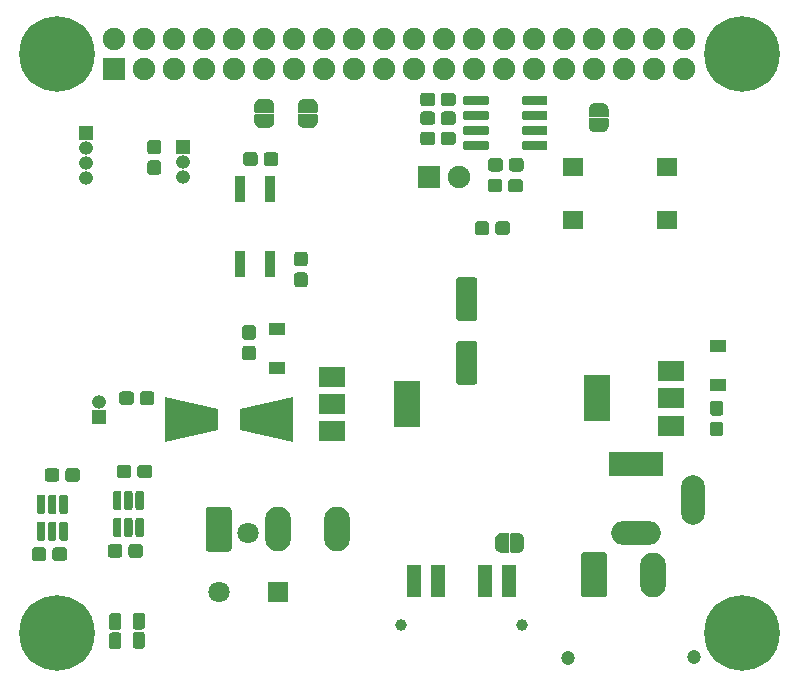
<source format=gbr>
%TF.GenerationSoftware,KiCad,Pcbnew,5.1.5-52549c5~84~ubuntu19.10.1*%
%TF.CreationDate,2020-01-05T17:23:38+01:00*%
%TF.ProjectId,RPi heating control hat,52506920-6865-4617-9469-6e6720636f6e,rev?*%
%TF.SameCoordinates,Original*%
%TF.FileFunction,Soldermask,Top*%
%TF.FilePolarity,Negative*%
%FSLAX46Y46*%
G04 Gerber Fmt 4.6, Leading zero omitted, Abs format (unit mm)*
G04 Created by KiCad (PCBNEW 5.1.5-52549c5~84~ubuntu19.10.1) date 2020-01-05 17:23:38*
%MOMM*%
%LPD*%
G04 APERTURE LIST*
%ADD10C,0.100000*%
%ADD11O,1.200000X1.200000*%
%ADD12R,1.200000X1.200000*%
%ADD13O,2.200000X3.800000*%
%ADD14C,1.000000*%
%ADD15R,1.200000X2.700000*%
%ADD16O,1.900000X1.900000*%
%ADD17R,1.900000X1.900000*%
%ADD18C,6.400000*%
%ADD19C,1.800000*%
%ADD20R,1.800000X1.800000*%
%ADD21R,2.200000X1.700000*%
%ADD22R,2.200000X4.000000*%
%ADD23R,1.400000X1.100000*%
%ADD24R,0.840000X2.200000*%
%ADD25R,1.750000X1.500000*%
%ADD26C,1.200000*%
%ADD27R,4.600000X2.000000*%
%ADD28O,4.200000X2.000000*%
%ADD29O,2.000000X4.200000*%
G04 APERTURE END LIST*
D10*
%TO.C,R14*%
G36*
X82090680Y-99326384D02*
G01*
X82118588Y-99330524D01*
X82145957Y-99337380D01*
X82172521Y-99346885D01*
X82198027Y-99358948D01*
X82222226Y-99373452D01*
X82244888Y-99390259D01*
X82265793Y-99409207D01*
X82284741Y-99430112D01*
X82301548Y-99452774D01*
X82316052Y-99476973D01*
X82328115Y-99502479D01*
X82337620Y-99529043D01*
X82344476Y-99556412D01*
X82348616Y-99584320D01*
X82350000Y-99612500D01*
X82350000Y-100187500D01*
X82348616Y-100215680D01*
X82344476Y-100243588D01*
X82337620Y-100270957D01*
X82328115Y-100297521D01*
X82316052Y-100323027D01*
X82301548Y-100347226D01*
X82284741Y-100369888D01*
X82265793Y-100390793D01*
X82244888Y-100409741D01*
X82222226Y-100426548D01*
X82198027Y-100441052D01*
X82172521Y-100453115D01*
X82145957Y-100462620D01*
X82118588Y-100469476D01*
X82090680Y-100473616D01*
X82062500Y-100475000D01*
X81387500Y-100475000D01*
X81359320Y-100473616D01*
X81331412Y-100469476D01*
X81304043Y-100462620D01*
X81277479Y-100453115D01*
X81251973Y-100441052D01*
X81227774Y-100426548D01*
X81205112Y-100409741D01*
X81184207Y-100390793D01*
X81165259Y-100369888D01*
X81148452Y-100347226D01*
X81133948Y-100323027D01*
X81121885Y-100297521D01*
X81112380Y-100270957D01*
X81105524Y-100243588D01*
X81101384Y-100215680D01*
X81100000Y-100187500D01*
X81100000Y-99612500D01*
X81101384Y-99584320D01*
X81105524Y-99556412D01*
X81112380Y-99529043D01*
X81121885Y-99502479D01*
X81133948Y-99476973D01*
X81148452Y-99452774D01*
X81165259Y-99430112D01*
X81184207Y-99409207D01*
X81205112Y-99390259D01*
X81227774Y-99373452D01*
X81251973Y-99358948D01*
X81277479Y-99346885D01*
X81304043Y-99337380D01*
X81331412Y-99330524D01*
X81359320Y-99326384D01*
X81387500Y-99325000D01*
X82062500Y-99325000D01*
X82090680Y-99326384D01*
G37*
G36*
X83840680Y-99326384D02*
G01*
X83868588Y-99330524D01*
X83895957Y-99337380D01*
X83922521Y-99346885D01*
X83948027Y-99358948D01*
X83972226Y-99373452D01*
X83994888Y-99390259D01*
X84015793Y-99409207D01*
X84034741Y-99430112D01*
X84051548Y-99452774D01*
X84066052Y-99476973D01*
X84078115Y-99502479D01*
X84087620Y-99529043D01*
X84094476Y-99556412D01*
X84098616Y-99584320D01*
X84100000Y-99612500D01*
X84100000Y-100187500D01*
X84098616Y-100215680D01*
X84094476Y-100243588D01*
X84087620Y-100270957D01*
X84078115Y-100297521D01*
X84066052Y-100323027D01*
X84051548Y-100347226D01*
X84034741Y-100369888D01*
X84015793Y-100390793D01*
X83994888Y-100409741D01*
X83972226Y-100426548D01*
X83948027Y-100441052D01*
X83922521Y-100453115D01*
X83895957Y-100462620D01*
X83868588Y-100469476D01*
X83840680Y-100473616D01*
X83812500Y-100475000D01*
X83137500Y-100475000D01*
X83109320Y-100473616D01*
X83081412Y-100469476D01*
X83054043Y-100462620D01*
X83027479Y-100453115D01*
X83001973Y-100441052D01*
X82977774Y-100426548D01*
X82955112Y-100409741D01*
X82934207Y-100390793D01*
X82915259Y-100369888D01*
X82898452Y-100347226D01*
X82883948Y-100323027D01*
X82871885Y-100297521D01*
X82862380Y-100270957D01*
X82855524Y-100243588D01*
X82851384Y-100215680D01*
X82850000Y-100187500D01*
X82850000Y-99612500D01*
X82851384Y-99584320D01*
X82855524Y-99556412D01*
X82862380Y-99529043D01*
X82871885Y-99502479D01*
X82883948Y-99476973D01*
X82898452Y-99452774D01*
X82915259Y-99430112D01*
X82934207Y-99409207D01*
X82955112Y-99390259D01*
X82977774Y-99373452D01*
X83001973Y-99358948D01*
X83027479Y-99346885D01*
X83054043Y-99337380D01*
X83081412Y-99330524D01*
X83109320Y-99326384D01*
X83137500Y-99325000D01*
X83812500Y-99325000D01*
X83840680Y-99326384D01*
G37*
%TD*%
%TO.C,R13*%
G36*
X88190680Y-99026384D02*
G01*
X88218588Y-99030524D01*
X88245957Y-99037380D01*
X88272521Y-99046885D01*
X88298027Y-99058948D01*
X88322226Y-99073452D01*
X88344888Y-99090259D01*
X88365793Y-99109207D01*
X88384741Y-99130112D01*
X88401548Y-99152774D01*
X88416052Y-99176973D01*
X88428115Y-99202479D01*
X88437620Y-99229043D01*
X88444476Y-99256412D01*
X88448616Y-99284320D01*
X88450000Y-99312500D01*
X88450000Y-99887500D01*
X88448616Y-99915680D01*
X88444476Y-99943588D01*
X88437620Y-99970957D01*
X88428115Y-99997521D01*
X88416052Y-100023027D01*
X88401548Y-100047226D01*
X88384741Y-100069888D01*
X88365793Y-100090793D01*
X88344888Y-100109741D01*
X88322226Y-100126548D01*
X88298027Y-100141052D01*
X88272521Y-100153115D01*
X88245957Y-100162620D01*
X88218588Y-100169476D01*
X88190680Y-100173616D01*
X88162500Y-100175000D01*
X87487500Y-100175000D01*
X87459320Y-100173616D01*
X87431412Y-100169476D01*
X87404043Y-100162620D01*
X87377479Y-100153115D01*
X87351973Y-100141052D01*
X87327774Y-100126548D01*
X87305112Y-100109741D01*
X87284207Y-100090793D01*
X87265259Y-100069888D01*
X87248452Y-100047226D01*
X87233948Y-100023027D01*
X87221885Y-99997521D01*
X87212380Y-99970957D01*
X87205524Y-99943588D01*
X87201384Y-99915680D01*
X87200000Y-99887500D01*
X87200000Y-99312500D01*
X87201384Y-99284320D01*
X87205524Y-99256412D01*
X87212380Y-99229043D01*
X87221885Y-99202479D01*
X87233948Y-99176973D01*
X87248452Y-99152774D01*
X87265259Y-99130112D01*
X87284207Y-99109207D01*
X87305112Y-99090259D01*
X87327774Y-99073452D01*
X87351973Y-99058948D01*
X87377479Y-99046885D01*
X87404043Y-99037380D01*
X87431412Y-99030524D01*
X87459320Y-99026384D01*
X87487500Y-99025000D01*
X88162500Y-99025000D01*
X88190680Y-99026384D01*
G37*
G36*
X89940680Y-99026384D02*
G01*
X89968588Y-99030524D01*
X89995957Y-99037380D01*
X90022521Y-99046885D01*
X90048027Y-99058948D01*
X90072226Y-99073452D01*
X90094888Y-99090259D01*
X90115793Y-99109207D01*
X90134741Y-99130112D01*
X90151548Y-99152774D01*
X90166052Y-99176973D01*
X90178115Y-99202479D01*
X90187620Y-99229043D01*
X90194476Y-99256412D01*
X90198616Y-99284320D01*
X90200000Y-99312500D01*
X90200000Y-99887500D01*
X90198616Y-99915680D01*
X90194476Y-99943588D01*
X90187620Y-99970957D01*
X90178115Y-99997521D01*
X90166052Y-100023027D01*
X90151548Y-100047226D01*
X90134741Y-100069888D01*
X90115793Y-100090793D01*
X90094888Y-100109741D01*
X90072226Y-100126548D01*
X90048027Y-100141052D01*
X90022521Y-100153115D01*
X89995957Y-100162620D01*
X89968588Y-100169476D01*
X89940680Y-100173616D01*
X89912500Y-100175000D01*
X89237500Y-100175000D01*
X89209320Y-100173616D01*
X89181412Y-100169476D01*
X89154043Y-100162620D01*
X89127479Y-100153115D01*
X89101973Y-100141052D01*
X89077774Y-100126548D01*
X89055112Y-100109741D01*
X89034207Y-100090793D01*
X89015259Y-100069888D01*
X88998452Y-100047226D01*
X88983948Y-100023027D01*
X88971885Y-99997521D01*
X88962380Y-99970957D01*
X88955524Y-99943588D01*
X88951384Y-99915680D01*
X88950000Y-99887500D01*
X88950000Y-99312500D01*
X88951384Y-99284320D01*
X88955524Y-99256412D01*
X88962380Y-99229043D01*
X88971885Y-99202479D01*
X88983948Y-99176973D01*
X88998452Y-99152774D01*
X89015259Y-99130112D01*
X89034207Y-99109207D01*
X89055112Y-99090259D01*
X89077774Y-99073452D01*
X89101973Y-99058948D01*
X89127479Y-99046885D01*
X89154043Y-99037380D01*
X89181412Y-99030524D01*
X89209320Y-99026384D01*
X89237500Y-99025000D01*
X89912500Y-99025000D01*
X89940680Y-99026384D01*
G37*
%TD*%
%TO.C,R12*%
G36*
X103115680Y-81001384D02*
G01*
X103143588Y-81005524D01*
X103170957Y-81012380D01*
X103197521Y-81021885D01*
X103223027Y-81033948D01*
X103247226Y-81048452D01*
X103269888Y-81065259D01*
X103290793Y-81084207D01*
X103309741Y-81105112D01*
X103326548Y-81127774D01*
X103341052Y-81151973D01*
X103353115Y-81177479D01*
X103362620Y-81204043D01*
X103369476Y-81231412D01*
X103373616Y-81259320D01*
X103375000Y-81287500D01*
X103375000Y-81962500D01*
X103373616Y-81990680D01*
X103369476Y-82018588D01*
X103362620Y-82045957D01*
X103353115Y-82072521D01*
X103341052Y-82098027D01*
X103326548Y-82122226D01*
X103309741Y-82144888D01*
X103290793Y-82165793D01*
X103269888Y-82184741D01*
X103247226Y-82201548D01*
X103223027Y-82216052D01*
X103197521Y-82228115D01*
X103170957Y-82237620D01*
X103143588Y-82244476D01*
X103115680Y-82248616D01*
X103087500Y-82250000D01*
X102512500Y-82250000D01*
X102484320Y-82248616D01*
X102456412Y-82244476D01*
X102429043Y-82237620D01*
X102402479Y-82228115D01*
X102376973Y-82216052D01*
X102352774Y-82201548D01*
X102330112Y-82184741D01*
X102309207Y-82165793D01*
X102290259Y-82144888D01*
X102273452Y-82122226D01*
X102258948Y-82098027D01*
X102246885Y-82072521D01*
X102237380Y-82045957D01*
X102230524Y-82018588D01*
X102226384Y-81990680D01*
X102225000Y-81962500D01*
X102225000Y-81287500D01*
X102226384Y-81259320D01*
X102230524Y-81231412D01*
X102237380Y-81204043D01*
X102246885Y-81177479D01*
X102258948Y-81151973D01*
X102273452Y-81127774D01*
X102290259Y-81105112D01*
X102309207Y-81084207D01*
X102330112Y-81065259D01*
X102352774Y-81048452D01*
X102376973Y-81033948D01*
X102402479Y-81021885D01*
X102429043Y-81012380D01*
X102456412Y-81005524D01*
X102484320Y-81001384D01*
X102512500Y-81000000D01*
X103087500Y-81000000D01*
X103115680Y-81001384D01*
G37*
G36*
X103115680Y-82751384D02*
G01*
X103143588Y-82755524D01*
X103170957Y-82762380D01*
X103197521Y-82771885D01*
X103223027Y-82783948D01*
X103247226Y-82798452D01*
X103269888Y-82815259D01*
X103290793Y-82834207D01*
X103309741Y-82855112D01*
X103326548Y-82877774D01*
X103341052Y-82901973D01*
X103353115Y-82927479D01*
X103362620Y-82954043D01*
X103369476Y-82981412D01*
X103373616Y-83009320D01*
X103375000Y-83037500D01*
X103375000Y-83712500D01*
X103373616Y-83740680D01*
X103369476Y-83768588D01*
X103362620Y-83795957D01*
X103353115Y-83822521D01*
X103341052Y-83848027D01*
X103326548Y-83872226D01*
X103309741Y-83894888D01*
X103290793Y-83915793D01*
X103269888Y-83934741D01*
X103247226Y-83951548D01*
X103223027Y-83966052D01*
X103197521Y-83978115D01*
X103170957Y-83987620D01*
X103143588Y-83994476D01*
X103115680Y-83998616D01*
X103087500Y-84000000D01*
X102512500Y-84000000D01*
X102484320Y-83998616D01*
X102456412Y-83994476D01*
X102429043Y-83987620D01*
X102402479Y-83978115D01*
X102376973Y-83966052D01*
X102352774Y-83951548D01*
X102330112Y-83934741D01*
X102309207Y-83915793D01*
X102290259Y-83894888D01*
X102273452Y-83872226D01*
X102258948Y-83848027D01*
X102246885Y-83822521D01*
X102237380Y-83795957D01*
X102230524Y-83768588D01*
X102226384Y-83740680D01*
X102225000Y-83712500D01*
X102225000Y-83037500D01*
X102226384Y-83009320D01*
X102230524Y-82981412D01*
X102237380Y-82954043D01*
X102246885Y-82927479D01*
X102258948Y-82901973D01*
X102273452Y-82877774D01*
X102290259Y-82855112D01*
X102309207Y-82834207D01*
X102330112Y-82815259D01*
X102352774Y-82798452D01*
X102376973Y-82783948D01*
X102402479Y-82771885D01*
X102429043Y-82762380D01*
X102456412Y-82755524D01*
X102484320Y-82751384D01*
X102512500Y-82750000D01*
X103087500Y-82750000D01*
X103115680Y-82751384D01*
G37*
%TD*%
%TO.C,R10*%
G36*
X90140680Y-92826384D02*
G01*
X90168588Y-92830524D01*
X90195957Y-92837380D01*
X90222521Y-92846885D01*
X90248027Y-92858948D01*
X90272226Y-92873452D01*
X90294888Y-92890259D01*
X90315793Y-92909207D01*
X90334741Y-92930112D01*
X90351548Y-92952774D01*
X90366052Y-92976973D01*
X90378115Y-93002479D01*
X90387620Y-93029043D01*
X90394476Y-93056412D01*
X90398616Y-93084320D01*
X90400000Y-93112500D01*
X90400000Y-93687500D01*
X90398616Y-93715680D01*
X90394476Y-93743588D01*
X90387620Y-93770957D01*
X90378115Y-93797521D01*
X90366052Y-93823027D01*
X90351548Y-93847226D01*
X90334741Y-93869888D01*
X90315793Y-93890793D01*
X90294888Y-93909741D01*
X90272226Y-93926548D01*
X90248027Y-93941052D01*
X90222521Y-93953115D01*
X90195957Y-93962620D01*
X90168588Y-93969476D01*
X90140680Y-93973616D01*
X90112500Y-93975000D01*
X89437500Y-93975000D01*
X89409320Y-93973616D01*
X89381412Y-93969476D01*
X89354043Y-93962620D01*
X89327479Y-93953115D01*
X89301973Y-93941052D01*
X89277774Y-93926548D01*
X89255112Y-93909741D01*
X89234207Y-93890793D01*
X89215259Y-93869888D01*
X89198452Y-93847226D01*
X89183948Y-93823027D01*
X89171885Y-93797521D01*
X89162380Y-93770957D01*
X89155524Y-93743588D01*
X89151384Y-93715680D01*
X89150000Y-93687500D01*
X89150000Y-93112500D01*
X89151384Y-93084320D01*
X89155524Y-93056412D01*
X89162380Y-93029043D01*
X89171885Y-93002479D01*
X89183948Y-92976973D01*
X89198452Y-92952774D01*
X89215259Y-92930112D01*
X89234207Y-92909207D01*
X89255112Y-92890259D01*
X89277774Y-92873452D01*
X89301973Y-92858948D01*
X89327479Y-92846885D01*
X89354043Y-92837380D01*
X89381412Y-92830524D01*
X89409320Y-92826384D01*
X89437500Y-92825000D01*
X90112500Y-92825000D01*
X90140680Y-92826384D01*
G37*
G36*
X88390680Y-92826384D02*
G01*
X88418588Y-92830524D01*
X88445957Y-92837380D01*
X88472521Y-92846885D01*
X88498027Y-92858948D01*
X88522226Y-92873452D01*
X88544888Y-92890259D01*
X88565793Y-92909207D01*
X88584741Y-92930112D01*
X88601548Y-92952774D01*
X88616052Y-92976973D01*
X88628115Y-93002479D01*
X88637620Y-93029043D01*
X88644476Y-93056412D01*
X88648616Y-93084320D01*
X88650000Y-93112500D01*
X88650000Y-93687500D01*
X88648616Y-93715680D01*
X88644476Y-93743588D01*
X88637620Y-93770957D01*
X88628115Y-93797521D01*
X88616052Y-93823027D01*
X88601548Y-93847226D01*
X88584741Y-93869888D01*
X88565793Y-93890793D01*
X88544888Y-93909741D01*
X88522226Y-93926548D01*
X88498027Y-93941052D01*
X88472521Y-93953115D01*
X88445957Y-93962620D01*
X88418588Y-93969476D01*
X88390680Y-93973616D01*
X88362500Y-93975000D01*
X87687500Y-93975000D01*
X87659320Y-93973616D01*
X87631412Y-93969476D01*
X87604043Y-93962620D01*
X87577479Y-93953115D01*
X87551973Y-93941052D01*
X87527774Y-93926548D01*
X87505112Y-93909741D01*
X87484207Y-93890793D01*
X87465259Y-93869888D01*
X87448452Y-93847226D01*
X87433948Y-93823027D01*
X87421885Y-93797521D01*
X87412380Y-93770957D01*
X87405524Y-93743588D01*
X87401384Y-93715680D01*
X87400000Y-93687500D01*
X87400000Y-93112500D01*
X87401384Y-93084320D01*
X87405524Y-93056412D01*
X87412380Y-93029043D01*
X87421885Y-93002479D01*
X87433948Y-92976973D01*
X87448452Y-92952774D01*
X87465259Y-92930112D01*
X87484207Y-92909207D01*
X87505112Y-92890259D01*
X87527774Y-92873452D01*
X87551973Y-92858948D01*
X87577479Y-92846885D01*
X87604043Y-92837380D01*
X87631412Y-92830524D01*
X87659320Y-92826384D01*
X87687500Y-92825000D01*
X88362500Y-92825000D01*
X88390680Y-92826384D01*
G37*
%TD*%
D11*
%TO.C,J4*%
X85700000Y-93730000D03*
D12*
X85700000Y-95000000D03*
%TD*%
D13*
%TO.C,J7*%
X132610000Y-108350000D03*
D10*
G36*
X128461955Y-106451324D02*
G01*
X128488650Y-106455284D01*
X128514828Y-106461841D01*
X128540238Y-106470933D01*
X128564634Y-106482472D01*
X128587782Y-106496346D01*
X128609458Y-106512422D01*
X128629454Y-106530546D01*
X128647578Y-106550542D01*
X128663654Y-106572218D01*
X128677528Y-106595366D01*
X128689067Y-106619762D01*
X128698159Y-106645172D01*
X128704716Y-106671350D01*
X128708676Y-106698045D01*
X128710000Y-106725000D01*
X128710000Y-109975000D01*
X128708676Y-110001955D01*
X128704716Y-110028650D01*
X128698159Y-110054828D01*
X128689067Y-110080238D01*
X128677528Y-110104634D01*
X128663654Y-110127782D01*
X128647578Y-110149458D01*
X128629454Y-110169454D01*
X128609458Y-110187578D01*
X128587782Y-110203654D01*
X128564634Y-110217528D01*
X128540238Y-110229067D01*
X128514828Y-110238159D01*
X128488650Y-110244716D01*
X128461955Y-110248676D01*
X128435000Y-110250000D01*
X126785000Y-110250000D01*
X126758045Y-110248676D01*
X126731350Y-110244716D01*
X126705172Y-110238159D01*
X126679762Y-110229067D01*
X126655366Y-110217528D01*
X126632218Y-110203654D01*
X126610542Y-110187578D01*
X126590546Y-110169454D01*
X126572422Y-110149458D01*
X126556346Y-110127782D01*
X126542472Y-110104634D01*
X126530933Y-110080238D01*
X126521841Y-110054828D01*
X126515284Y-110028650D01*
X126511324Y-110001955D01*
X126510000Y-109975000D01*
X126510000Y-106725000D01*
X126511324Y-106698045D01*
X126515284Y-106671350D01*
X126521841Y-106645172D01*
X126530933Y-106619762D01*
X126542472Y-106595366D01*
X126556346Y-106572218D01*
X126572422Y-106550542D01*
X126590546Y-106530546D01*
X126610542Y-106512422D01*
X126632218Y-106496346D01*
X126655366Y-106482472D01*
X126679762Y-106470933D01*
X126705172Y-106461841D01*
X126731350Y-106455284D01*
X126758045Y-106451324D01*
X126785000Y-106450000D01*
X128435000Y-106450000D01*
X128461955Y-106451324D01*
G37*
%TD*%
D14*
%TO.C,SW1*%
X121500000Y-112600000D03*
X111300000Y-112600000D03*
D15*
X120400000Y-108850000D03*
X118400000Y-108850000D03*
X114400000Y-108850000D03*
X112400000Y-108850000D03*
%TD*%
D10*
%TO.C,D4*%
G36*
X102150000Y-93274075D02*
G01*
X102150000Y-97125925D01*
X97650000Y-96079413D01*
X97650000Y-94320587D01*
X102150000Y-93274075D01*
G37*
G36*
X91250000Y-97125925D02*
G01*
X91250000Y-93274075D01*
X95750000Y-94320587D01*
X95750000Y-96079413D01*
X91250000Y-97125925D01*
G37*
%TD*%
%TO.C,JP4*%
G36*
X119818886Y-106499398D02*
G01*
X119800466Y-106499398D01*
X119790663Y-106498916D01*
X119741832Y-106494106D01*
X119732127Y-106492667D01*
X119684002Y-106483095D01*
X119674481Y-106480710D01*
X119627526Y-106466466D01*
X119618288Y-106463160D01*
X119572955Y-106444383D01*
X119564081Y-106440186D01*
X119520808Y-106417055D01*
X119512393Y-106412012D01*
X119471594Y-106384752D01*
X119463710Y-106378905D01*
X119425781Y-106347777D01*
X119418510Y-106341187D01*
X119383813Y-106306490D01*
X119377223Y-106299219D01*
X119346095Y-106261290D01*
X119340248Y-106253406D01*
X119312988Y-106212607D01*
X119307945Y-106204192D01*
X119284814Y-106160919D01*
X119280617Y-106152045D01*
X119261840Y-106106712D01*
X119258534Y-106097474D01*
X119244290Y-106050519D01*
X119241905Y-106040998D01*
X119232333Y-105992873D01*
X119230894Y-105983168D01*
X119226084Y-105934337D01*
X119225602Y-105924534D01*
X119225602Y-105906114D01*
X119225000Y-105900000D01*
X119225000Y-105400000D01*
X119225602Y-105393886D01*
X119225602Y-105375466D01*
X119226084Y-105365663D01*
X119230894Y-105316832D01*
X119232333Y-105307127D01*
X119241905Y-105259002D01*
X119244290Y-105249481D01*
X119258534Y-105202526D01*
X119261840Y-105193288D01*
X119280617Y-105147955D01*
X119284814Y-105139081D01*
X119307945Y-105095808D01*
X119312988Y-105087393D01*
X119340248Y-105046594D01*
X119346095Y-105038710D01*
X119377223Y-105000781D01*
X119383813Y-104993510D01*
X119418510Y-104958813D01*
X119425781Y-104952223D01*
X119463710Y-104921095D01*
X119471594Y-104915248D01*
X119512393Y-104887988D01*
X119520808Y-104882945D01*
X119564081Y-104859814D01*
X119572955Y-104855617D01*
X119618288Y-104836840D01*
X119627526Y-104833534D01*
X119674481Y-104819290D01*
X119684002Y-104816905D01*
X119732127Y-104807333D01*
X119741832Y-104805894D01*
X119790663Y-104801084D01*
X119800466Y-104800602D01*
X119818886Y-104800602D01*
X119825000Y-104800000D01*
X120325000Y-104800000D01*
X120344509Y-104801921D01*
X120363268Y-104807612D01*
X120380557Y-104816853D01*
X120395711Y-104829289D01*
X120408147Y-104844443D01*
X120417388Y-104861732D01*
X120423079Y-104880491D01*
X120425000Y-104900000D01*
X120425000Y-106400000D01*
X120423079Y-106419509D01*
X120417388Y-106438268D01*
X120408147Y-106455557D01*
X120395711Y-106470711D01*
X120380557Y-106483147D01*
X120363268Y-106492388D01*
X120344509Y-106498079D01*
X120325000Y-106500000D01*
X119825000Y-106500000D01*
X119818886Y-106499398D01*
G37*
G36*
X120605491Y-106498079D02*
G01*
X120586732Y-106492388D01*
X120569443Y-106483147D01*
X120554289Y-106470711D01*
X120541853Y-106455557D01*
X120532612Y-106438268D01*
X120526921Y-106419509D01*
X120525000Y-106400000D01*
X120525000Y-104900000D01*
X120526921Y-104880491D01*
X120532612Y-104861732D01*
X120541853Y-104844443D01*
X120554289Y-104829289D01*
X120569443Y-104816853D01*
X120586732Y-104807612D01*
X120605491Y-104801921D01*
X120625000Y-104800000D01*
X121125000Y-104800000D01*
X121131114Y-104800602D01*
X121149534Y-104800602D01*
X121159337Y-104801084D01*
X121208168Y-104805894D01*
X121217873Y-104807333D01*
X121265998Y-104816905D01*
X121275519Y-104819290D01*
X121322474Y-104833534D01*
X121331712Y-104836840D01*
X121377045Y-104855617D01*
X121385919Y-104859814D01*
X121429192Y-104882945D01*
X121437607Y-104887988D01*
X121478406Y-104915248D01*
X121486290Y-104921095D01*
X121524219Y-104952223D01*
X121531490Y-104958813D01*
X121566187Y-104993510D01*
X121572777Y-105000781D01*
X121603905Y-105038710D01*
X121609752Y-105046594D01*
X121637012Y-105087393D01*
X121642055Y-105095808D01*
X121665186Y-105139081D01*
X121669383Y-105147955D01*
X121688160Y-105193288D01*
X121691466Y-105202526D01*
X121705710Y-105249481D01*
X121708095Y-105259002D01*
X121717667Y-105307127D01*
X121719106Y-105316832D01*
X121723916Y-105365663D01*
X121724398Y-105375466D01*
X121724398Y-105393886D01*
X121725000Y-105400000D01*
X121725000Y-105900000D01*
X121724398Y-105906114D01*
X121724398Y-105924534D01*
X121723916Y-105934337D01*
X121719106Y-105983168D01*
X121717667Y-105992873D01*
X121708095Y-106040998D01*
X121705710Y-106050519D01*
X121691466Y-106097474D01*
X121688160Y-106106712D01*
X121669383Y-106152045D01*
X121665186Y-106160919D01*
X121642055Y-106204192D01*
X121637012Y-106212607D01*
X121609752Y-106253406D01*
X121603905Y-106261290D01*
X121572777Y-106299219D01*
X121566187Y-106306490D01*
X121531490Y-106341187D01*
X121524219Y-106347777D01*
X121486290Y-106378905D01*
X121478406Y-106384752D01*
X121437607Y-106412012D01*
X121429192Y-106417055D01*
X121385919Y-106440186D01*
X121377045Y-106444383D01*
X121331712Y-106463160D01*
X121322474Y-106466466D01*
X121275519Y-106480710D01*
X121265998Y-106483095D01*
X121217873Y-106492667D01*
X121208168Y-106494106D01*
X121159337Y-106498916D01*
X121149534Y-106499398D01*
X121131114Y-106499398D01*
X121125000Y-106500000D01*
X120625000Y-106500000D01*
X120605491Y-106498079D01*
G37*
%TD*%
D16*
%TO.C,J3*%
X132720000Y-63000000D03*
X130180000Y-63000000D03*
X127640000Y-63000000D03*
X99700000Y-65540000D03*
X107320000Y-65540000D03*
X120020000Y-63000000D03*
X104780000Y-63000000D03*
X109860000Y-63000000D03*
X127640000Y-65540000D03*
X89540000Y-65540000D03*
X135260000Y-65540000D03*
X117480000Y-65540000D03*
X99700000Y-63000000D03*
X89540000Y-63000000D03*
X94620000Y-63000000D03*
X102240000Y-63000000D03*
X92080000Y-65540000D03*
X135260000Y-63000000D03*
X104780000Y-65540000D03*
X122560000Y-65540000D03*
X97160000Y-63000000D03*
X114940000Y-65540000D03*
X122560000Y-63000000D03*
X92080000Y-63000000D03*
X112400000Y-63000000D03*
X97160000Y-65540000D03*
X112400000Y-65540000D03*
X107320000Y-63000000D03*
X130180000Y-65540000D03*
X125100000Y-65540000D03*
X117480000Y-63000000D03*
X125100000Y-63000000D03*
D17*
X87000000Y-65540000D03*
D16*
X132720000Y-65540000D03*
X109860000Y-65540000D03*
X114940000Y-63000000D03*
X94620000Y-65540000D03*
X102240000Y-65540000D03*
X120020000Y-65540000D03*
X87000000Y-63000000D03*
D18*
X82130000Y-113270000D03*
X140130000Y-113270000D03*
X140130000Y-64270000D03*
X82130000Y-64270000D03*
%TD*%
D10*
%TO.C,JP3*%
G36*
X100548079Y-69159509D02*
G01*
X100542388Y-69178268D01*
X100533147Y-69195557D01*
X100520711Y-69210711D01*
X100505557Y-69223147D01*
X100488268Y-69232388D01*
X100469509Y-69238079D01*
X100450000Y-69240000D01*
X98950000Y-69240000D01*
X98930491Y-69238079D01*
X98911732Y-69232388D01*
X98894443Y-69223147D01*
X98879289Y-69210711D01*
X98866853Y-69195557D01*
X98857612Y-69178268D01*
X98851921Y-69159509D01*
X98850000Y-69140000D01*
X98850000Y-68640000D01*
X98850602Y-68633886D01*
X98850602Y-68615466D01*
X98851084Y-68605663D01*
X98855894Y-68556832D01*
X98857333Y-68547127D01*
X98866905Y-68499002D01*
X98869290Y-68489481D01*
X98883534Y-68442526D01*
X98886840Y-68433288D01*
X98905617Y-68387955D01*
X98909814Y-68379081D01*
X98932945Y-68335808D01*
X98937988Y-68327393D01*
X98965248Y-68286594D01*
X98971095Y-68278710D01*
X99002223Y-68240781D01*
X99008813Y-68233510D01*
X99043510Y-68198813D01*
X99050781Y-68192223D01*
X99088710Y-68161095D01*
X99096594Y-68155248D01*
X99137393Y-68127988D01*
X99145808Y-68122945D01*
X99189081Y-68099814D01*
X99197955Y-68095617D01*
X99243288Y-68076840D01*
X99252526Y-68073534D01*
X99299481Y-68059290D01*
X99309002Y-68056905D01*
X99357127Y-68047333D01*
X99366832Y-68045894D01*
X99415663Y-68041084D01*
X99425466Y-68040602D01*
X99443886Y-68040602D01*
X99450000Y-68040000D01*
X99950000Y-68040000D01*
X99956114Y-68040602D01*
X99974534Y-68040602D01*
X99984337Y-68041084D01*
X100033168Y-68045894D01*
X100042873Y-68047333D01*
X100090998Y-68056905D01*
X100100519Y-68059290D01*
X100147474Y-68073534D01*
X100156712Y-68076840D01*
X100202045Y-68095617D01*
X100210919Y-68099814D01*
X100254192Y-68122945D01*
X100262607Y-68127988D01*
X100303406Y-68155248D01*
X100311290Y-68161095D01*
X100349219Y-68192223D01*
X100356490Y-68198813D01*
X100391187Y-68233510D01*
X100397777Y-68240781D01*
X100428905Y-68278710D01*
X100434752Y-68286594D01*
X100462012Y-68327393D01*
X100467055Y-68335808D01*
X100490186Y-68379081D01*
X100494383Y-68387955D01*
X100513160Y-68433288D01*
X100516466Y-68442526D01*
X100530710Y-68489481D01*
X100533095Y-68499002D01*
X100542667Y-68547127D01*
X100544106Y-68556832D01*
X100548916Y-68605663D01*
X100549398Y-68615466D01*
X100549398Y-68633886D01*
X100550000Y-68640000D01*
X100550000Y-69140000D01*
X100548079Y-69159509D01*
G37*
G36*
X100549398Y-69946114D02*
G01*
X100549398Y-69964534D01*
X100548916Y-69974337D01*
X100544106Y-70023168D01*
X100542667Y-70032873D01*
X100533095Y-70080998D01*
X100530710Y-70090519D01*
X100516466Y-70137474D01*
X100513160Y-70146712D01*
X100494383Y-70192045D01*
X100490186Y-70200919D01*
X100467055Y-70244192D01*
X100462012Y-70252607D01*
X100434752Y-70293406D01*
X100428905Y-70301290D01*
X100397777Y-70339219D01*
X100391187Y-70346490D01*
X100356490Y-70381187D01*
X100349219Y-70387777D01*
X100311290Y-70418905D01*
X100303406Y-70424752D01*
X100262607Y-70452012D01*
X100254192Y-70457055D01*
X100210919Y-70480186D01*
X100202045Y-70484383D01*
X100156712Y-70503160D01*
X100147474Y-70506466D01*
X100100519Y-70520710D01*
X100090998Y-70523095D01*
X100042873Y-70532667D01*
X100033168Y-70534106D01*
X99984337Y-70538916D01*
X99974534Y-70539398D01*
X99956114Y-70539398D01*
X99950000Y-70540000D01*
X99450000Y-70540000D01*
X99443886Y-70539398D01*
X99425466Y-70539398D01*
X99415663Y-70538916D01*
X99366832Y-70534106D01*
X99357127Y-70532667D01*
X99309002Y-70523095D01*
X99299481Y-70520710D01*
X99252526Y-70506466D01*
X99243288Y-70503160D01*
X99197955Y-70484383D01*
X99189081Y-70480186D01*
X99145808Y-70457055D01*
X99137393Y-70452012D01*
X99096594Y-70424752D01*
X99088710Y-70418905D01*
X99050781Y-70387777D01*
X99043510Y-70381187D01*
X99008813Y-70346490D01*
X99002223Y-70339219D01*
X98971095Y-70301290D01*
X98965248Y-70293406D01*
X98937988Y-70252607D01*
X98932945Y-70244192D01*
X98909814Y-70200919D01*
X98905617Y-70192045D01*
X98886840Y-70146712D01*
X98883534Y-70137474D01*
X98869290Y-70090519D01*
X98866905Y-70080998D01*
X98857333Y-70032873D01*
X98855894Y-70023168D01*
X98851084Y-69974337D01*
X98850602Y-69964534D01*
X98850602Y-69946114D01*
X98850000Y-69940000D01*
X98850000Y-69440000D01*
X98851921Y-69420491D01*
X98857612Y-69401732D01*
X98866853Y-69384443D01*
X98879289Y-69369289D01*
X98894443Y-69356853D01*
X98911732Y-69347612D01*
X98930491Y-69341921D01*
X98950000Y-69340000D01*
X100450000Y-69340000D01*
X100469509Y-69341921D01*
X100488268Y-69347612D01*
X100505557Y-69356853D01*
X100520711Y-69369289D01*
X100533147Y-69384443D01*
X100542388Y-69401732D01*
X100548079Y-69420491D01*
X100550000Y-69440000D01*
X100550000Y-69940000D01*
X100549398Y-69946114D01*
G37*
%TD*%
D19*
%TO.C,J5*%
X95840000Y-109850000D03*
X98340000Y-104850000D03*
D20*
X100840000Y-109850000D03*
%TD*%
D10*
%TO.C,R9*%
G36*
X90685680Y-71511384D02*
G01*
X90713588Y-71515524D01*
X90740957Y-71522380D01*
X90767521Y-71531885D01*
X90793027Y-71543948D01*
X90817226Y-71558452D01*
X90839888Y-71575259D01*
X90860793Y-71594207D01*
X90879741Y-71615112D01*
X90896548Y-71637774D01*
X90911052Y-71661973D01*
X90923115Y-71687479D01*
X90932620Y-71714043D01*
X90939476Y-71741412D01*
X90943616Y-71769320D01*
X90945000Y-71797500D01*
X90945000Y-72472500D01*
X90943616Y-72500680D01*
X90939476Y-72528588D01*
X90932620Y-72555957D01*
X90923115Y-72582521D01*
X90911052Y-72608027D01*
X90896548Y-72632226D01*
X90879741Y-72654888D01*
X90860793Y-72675793D01*
X90839888Y-72694741D01*
X90817226Y-72711548D01*
X90793027Y-72726052D01*
X90767521Y-72738115D01*
X90740957Y-72747620D01*
X90713588Y-72754476D01*
X90685680Y-72758616D01*
X90657500Y-72760000D01*
X90082500Y-72760000D01*
X90054320Y-72758616D01*
X90026412Y-72754476D01*
X89999043Y-72747620D01*
X89972479Y-72738115D01*
X89946973Y-72726052D01*
X89922774Y-72711548D01*
X89900112Y-72694741D01*
X89879207Y-72675793D01*
X89860259Y-72654888D01*
X89843452Y-72632226D01*
X89828948Y-72608027D01*
X89816885Y-72582521D01*
X89807380Y-72555957D01*
X89800524Y-72528588D01*
X89796384Y-72500680D01*
X89795000Y-72472500D01*
X89795000Y-71797500D01*
X89796384Y-71769320D01*
X89800524Y-71741412D01*
X89807380Y-71714043D01*
X89816885Y-71687479D01*
X89828948Y-71661973D01*
X89843452Y-71637774D01*
X89860259Y-71615112D01*
X89879207Y-71594207D01*
X89900112Y-71575259D01*
X89922774Y-71558452D01*
X89946973Y-71543948D01*
X89972479Y-71531885D01*
X89999043Y-71522380D01*
X90026412Y-71515524D01*
X90054320Y-71511384D01*
X90082500Y-71510000D01*
X90657500Y-71510000D01*
X90685680Y-71511384D01*
G37*
G36*
X90685680Y-73261384D02*
G01*
X90713588Y-73265524D01*
X90740957Y-73272380D01*
X90767521Y-73281885D01*
X90793027Y-73293948D01*
X90817226Y-73308452D01*
X90839888Y-73325259D01*
X90860793Y-73344207D01*
X90879741Y-73365112D01*
X90896548Y-73387774D01*
X90911052Y-73411973D01*
X90923115Y-73437479D01*
X90932620Y-73464043D01*
X90939476Y-73491412D01*
X90943616Y-73519320D01*
X90945000Y-73547500D01*
X90945000Y-74222500D01*
X90943616Y-74250680D01*
X90939476Y-74278588D01*
X90932620Y-74305957D01*
X90923115Y-74332521D01*
X90911052Y-74358027D01*
X90896548Y-74382226D01*
X90879741Y-74404888D01*
X90860793Y-74425793D01*
X90839888Y-74444741D01*
X90817226Y-74461548D01*
X90793027Y-74476052D01*
X90767521Y-74488115D01*
X90740957Y-74497620D01*
X90713588Y-74504476D01*
X90685680Y-74508616D01*
X90657500Y-74510000D01*
X90082500Y-74510000D01*
X90054320Y-74508616D01*
X90026412Y-74504476D01*
X89999043Y-74497620D01*
X89972479Y-74488115D01*
X89946973Y-74476052D01*
X89922774Y-74461548D01*
X89900112Y-74444741D01*
X89879207Y-74425793D01*
X89860259Y-74404888D01*
X89843452Y-74382226D01*
X89828948Y-74358027D01*
X89816885Y-74332521D01*
X89807380Y-74305957D01*
X89800524Y-74278588D01*
X89796384Y-74250680D01*
X89795000Y-74222500D01*
X89795000Y-73547500D01*
X89796384Y-73519320D01*
X89800524Y-73491412D01*
X89807380Y-73464043D01*
X89816885Y-73437479D01*
X89828948Y-73411973D01*
X89843452Y-73387774D01*
X89860259Y-73365112D01*
X89879207Y-73344207D01*
X89900112Y-73325259D01*
X89922774Y-73308452D01*
X89946973Y-73293948D01*
X89972479Y-73281885D01*
X89999043Y-73272380D01*
X90026412Y-73265524D01*
X90054320Y-73261384D01*
X90082500Y-73260000D01*
X90657500Y-73260000D01*
X90685680Y-73261384D01*
G37*
%TD*%
%TO.C,R7*%
G36*
X120240680Y-78426384D02*
G01*
X120268588Y-78430524D01*
X120295957Y-78437380D01*
X120322521Y-78446885D01*
X120348027Y-78458948D01*
X120372226Y-78473452D01*
X120394888Y-78490259D01*
X120415793Y-78509207D01*
X120434741Y-78530112D01*
X120451548Y-78552774D01*
X120466052Y-78576973D01*
X120478115Y-78602479D01*
X120487620Y-78629043D01*
X120494476Y-78656412D01*
X120498616Y-78684320D01*
X120500000Y-78712500D01*
X120500000Y-79287500D01*
X120498616Y-79315680D01*
X120494476Y-79343588D01*
X120487620Y-79370957D01*
X120478115Y-79397521D01*
X120466052Y-79423027D01*
X120451548Y-79447226D01*
X120434741Y-79469888D01*
X120415793Y-79490793D01*
X120394888Y-79509741D01*
X120372226Y-79526548D01*
X120348027Y-79541052D01*
X120322521Y-79553115D01*
X120295957Y-79562620D01*
X120268588Y-79569476D01*
X120240680Y-79573616D01*
X120212500Y-79575000D01*
X119537500Y-79575000D01*
X119509320Y-79573616D01*
X119481412Y-79569476D01*
X119454043Y-79562620D01*
X119427479Y-79553115D01*
X119401973Y-79541052D01*
X119377774Y-79526548D01*
X119355112Y-79509741D01*
X119334207Y-79490793D01*
X119315259Y-79469888D01*
X119298452Y-79447226D01*
X119283948Y-79423027D01*
X119271885Y-79397521D01*
X119262380Y-79370957D01*
X119255524Y-79343588D01*
X119251384Y-79315680D01*
X119250000Y-79287500D01*
X119250000Y-78712500D01*
X119251384Y-78684320D01*
X119255524Y-78656412D01*
X119262380Y-78629043D01*
X119271885Y-78602479D01*
X119283948Y-78576973D01*
X119298452Y-78552774D01*
X119315259Y-78530112D01*
X119334207Y-78509207D01*
X119355112Y-78490259D01*
X119377774Y-78473452D01*
X119401973Y-78458948D01*
X119427479Y-78446885D01*
X119454043Y-78437380D01*
X119481412Y-78430524D01*
X119509320Y-78426384D01*
X119537500Y-78425000D01*
X120212500Y-78425000D01*
X120240680Y-78426384D01*
G37*
G36*
X118490680Y-78426384D02*
G01*
X118518588Y-78430524D01*
X118545957Y-78437380D01*
X118572521Y-78446885D01*
X118598027Y-78458948D01*
X118622226Y-78473452D01*
X118644888Y-78490259D01*
X118665793Y-78509207D01*
X118684741Y-78530112D01*
X118701548Y-78552774D01*
X118716052Y-78576973D01*
X118728115Y-78602479D01*
X118737620Y-78629043D01*
X118744476Y-78656412D01*
X118748616Y-78684320D01*
X118750000Y-78712500D01*
X118750000Y-79287500D01*
X118748616Y-79315680D01*
X118744476Y-79343588D01*
X118737620Y-79370957D01*
X118728115Y-79397521D01*
X118716052Y-79423027D01*
X118701548Y-79447226D01*
X118684741Y-79469888D01*
X118665793Y-79490793D01*
X118644888Y-79509741D01*
X118622226Y-79526548D01*
X118598027Y-79541052D01*
X118572521Y-79553115D01*
X118545957Y-79562620D01*
X118518588Y-79569476D01*
X118490680Y-79573616D01*
X118462500Y-79575000D01*
X117787500Y-79575000D01*
X117759320Y-79573616D01*
X117731412Y-79569476D01*
X117704043Y-79562620D01*
X117677479Y-79553115D01*
X117651973Y-79541052D01*
X117627774Y-79526548D01*
X117605112Y-79509741D01*
X117584207Y-79490793D01*
X117565259Y-79469888D01*
X117548452Y-79447226D01*
X117533948Y-79423027D01*
X117521885Y-79397521D01*
X117512380Y-79370957D01*
X117505524Y-79343588D01*
X117501384Y-79315680D01*
X117500000Y-79287500D01*
X117500000Y-78712500D01*
X117501384Y-78684320D01*
X117505524Y-78656412D01*
X117512380Y-78629043D01*
X117521885Y-78602479D01*
X117533948Y-78576973D01*
X117548452Y-78552774D01*
X117565259Y-78530112D01*
X117584207Y-78509207D01*
X117605112Y-78490259D01*
X117627774Y-78473452D01*
X117651973Y-78458948D01*
X117677479Y-78446885D01*
X117704043Y-78437380D01*
X117731412Y-78430524D01*
X117759320Y-78426384D01*
X117787500Y-78425000D01*
X118462500Y-78425000D01*
X118490680Y-78426384D01*
G37*
%TD*%
D11*
%TO.C,J2*%
X92830000Y-74700000D03*
X92830000Y-73430000D03*
D12*
X92830000Y-72160000D03*
%TD*%
D10*
%TO.C,U4*%
G36*
X82892153Y-103845843D02*
G01*
X82909141Y-103848363D01*
X82925800Y-103852535D01*
X82941970Y-103858321D01*
X82957494Y-103865664D01*
X82972225Y-103874493D01*
X82986019Y-103884723D01*
X82998744Y-103896256D01*
X83010277Y-103908981D01*
X83020507Y-103922775D01*
X83029336Y-103937506D01*
X83036679Y-103953030D01*
X83042465Y-103969200D01*
X83046637Y-103985859D01*
X83049157Y-104002847D01*
X83050000Y-104020000D01*
X83050000Y-105295000D01*
X83049157Y-105312153D01*
X83046637Y-105329141D01*
X83042465Y-105345800D01*
X83036679Y-105361970D01*
X83029336Y-105377494D01*
X83020507Y-105392225D01*
X83010277Y-105406019D01*
X82998744Y-105418744D01*
X82986019Y-105430277D01*
X82972225Y-105440507D01*
X82957494Y-105449336D01*
X82941970Y-105456679D01*
X82925800Y-105462465D01*
X82909141Y-105466637D01*
X82892153Y-105469157D01*
X82875000Y-105470000D01*
X82525000Y-105470000D01*
X82507847Y-105469157D01*
X82490859Y-105466637D01*
X82474200Y-105462465D01*
X82458030Y-105456679D01*
X82442506Y-105449336D01*
X82427775Y-105440507D01*
X82413981Y-105430277D01*
X82401256Y-105418744D01*
X82389723Y-105406019D01*
X82379493Y-105392225D01*
X82370664Y-105377494D01*
X82363321Y-105361970D01*
X82357535Y-105345800D01*
X82353363Y-105329141D01*
X82350843Y-105312153D01*
X82350000Y-105295000D01*
X82350000Y-104020000D01*
X82350843Y-104002847D01*
X82353363Y-103985859D01*
X82357535Y-103969200D01*
X82363321Y-103953030D01*
X82370664Y-103937506D01*
X82379493Y-103922775D01*
X82389723Y-103908981D01*
X82401256Y-103896256D01*
X82413981Y-103884723D01*
X82427775Y-103874493D01*
X82442506Y-103865664D01*
X82458030Y-103858321D01*
X82474200Y-103852535D01*
X82490859Y-103848363D01*
X82507847Y-103845843D01*
X82525000Y-103845000D01*
X82875000Y-103845000D01*
X82892153Y-103845843D01*
G37*
G36*
X81942153Y-103845843D02*
G01*
X81959141Y-103848363D01*
X81975800Y-103852535D01*
X81991970Y-103858321D01*
X82007494Y-103865664D01*
X82022225Y-103874493D01*
X82036019Y-103884723D01*
X82048744Y-103896256D01*
X82060277Y-103908981D01*
X82070507Y-103922775D01*
X82079336Y-103937506D01*
X82086679Y-103953030D01*
X82092465Y-103969200D01*
X82096637Y-103985859D01*
X82099157Y-104002847D01*
X82100000Y-104020000D01*
X82100000Y-105295000D01*
X82099157Y-105312153D01*
X82096637Y-105329141D01*
X82092465Y-105345800D01*
X82086679Y-105361970D01*
X82079336Y-105377494D01*
X82070507Y-105392225D01*
X82060277Y-105406019D01*
X82048744Y-105418744D01*
X82036019Y-105430277D01*
X82022225Y-105440507D01*
X82007494Y-105449336D01*
X81991970Y-105456679D01*
X81975800Y-105462465D01*
X81959141Y-105466637D01*
X81942153Y-105469157D01*
X81925000Y-105470000D01*
X81575000Y-105470000D01*
X81557847Y-105469157D01*
X81540859Y-105466637D01*
X81524200Y-105462465D01*
X81508030Y-105456679D01*
X81492506Y-105449336D01*
X81477775Y-105440507D01*
X81463981Y-105430277D01*
X81451256Y-105418744D01*
X81439723Y-105406019D01*
X81429493Y-105392225D01*
X81420664Y-105377494D01*
X81413321Y-105361970D01*
X81407535Y-105345800D01*
X81403363Y-105329141D01*
X81400843Y-105312153D01*
X81400000Y-105295000D01*
X81400000Y-104020000D01*
X81400843Y-104002847D01*
X81403363Y-103985859D01*
X81407535Y-103969200D01*
X81413321Y-103953030D01*
X81420664Y-103937506D01*
X81429493Y-103922775D01*
X81439723Y-103908981D01*
X81451256Y-103896256D01*
X81463981Y-103884723D01*
X81477775Y-103874493D01*
X81492506Y-103865664D01*
X81508030Y-103858321D01*
X81524200Y-103852535D01*
X81540859Y-103848363D01*
X81557847Y-103845843D01*
X81575000Y-103845000D01*
X81925000Y-103845000D01*
X81942153Y-103845843D01*
G37*
G36*
X80992153Y-103845843D02*
G01*
X81009141Y-103848363D01*
X81025800Y-103852535D01*
X81041970Y-103858321D01*
X81057494Y-103865664D01*
X81072225Y-103874493D01*
X81086019Y-103884723D01*
X81098744Y-103896256D01*
X81110277Y-103908981D01*
X81120507Y-103922775D01*
X81129336Y-103937506D01*
X81136679Y-103953030D01*
X81142465Y-103969200D01*
X81146637Y-103985859D01*
X81149157Y-104002847D01*
X81150000Y-104020000D01*
X81150000Y-105295000D01*
X81149157Y-105312153D01*
X81146637Y-105329141D01*
X81142465Y-105345800D01*
X81136679Y-105361970D01*
X81129336Y-105377494D01*
X81120507Y-105392225D01*
X81110277Y-105406019D01*
X81098744Y-105418744D01*
X81086019Y-105430277D01*
X81072225Y-105440507D01*
X81057494Y-105449336D01*
X81041970Y-105456679D01*
X81025800Y-105462465D01*
X81009141Y-105466637D01*
X80992153Y-105469157D01*
X80975000Y-105470000D01*
X80625000Y-105470000D01*
X80607847Y-105469157D01*
X80590859Y-105466637D01*
X80574200Y-105462465D01*
X80558030Y-105456679D01*
X80542506Y-105449336D01*
X80527775Y-105440507D01*
X80513981Y-105430277D01*
X80501256Y-105418744D01*
X80489723Y-105406019D01*
X80479493Y-105392225D01*
X80470664Y-105377494D01*
X80463321Y-105361970D01*
X80457535Y-105345800D01*
X80453363Y-105329141D01*
X80450843Y-105312153D01*
X80450000Y-105295000D01*
X80450000Y-104020000D01*
X80450843Y-104002847D01*
X80453363Y-103985859D01*
X80457535Y-103969200D01*
X80463321Y-103953030D01*
X80470664Y-103937506D01*
X80479493Y-103922775D01*
X80489723Y-103908981D01*
X80501256Y-103896256D01*
X80513981Y-103884723D01*
X80527775Y-103874493D01*
X80542506Y-103865664D01*
X80558030Y-103858321D01*
X80574200Y-103852535D01*
X80590859Y-103848363D01*
X80607847Y-103845843D01*
X80625000Y-103845000D01*
X80975000Y-103845000D01*
X80992153Y-103845843D01*
G37*
G36*
X80992153Y-101570843D02*
G01*
X81009141Y-101573363D01*
X81025800Y-101577535D01*
X81041970Y-101583321D01*
X81057494Y-101590664D01*
X81072225Y-101599493D01*
X81086019Y-101609723D01*
X81098744Y-101621256D01*
X81110277Y-101633981D01*
X81120507Y-101647775D01*
X81129336Y-101662506D01*
X81136679Y-101678030D01*
X81142465Y-101694200D01*
X81146637Y-101710859D01*
X81149157Y-101727847D01*
X81150000Y-101745000D01*
X81150000Y-103020000D01*
X81149157Y-103037153D01*
X81146637Y-103054141D01*
X81142465Y-103070800D01*
X81136679Y-103086970D01*
X81129336Y-103102494D01*
X81120507Y-103117225D01*
X81110277Y-103131019D01*
X81098744Y-103143744D01*
X81086019Y-103155277D01*
X81072225Y-103165507D01*
X81057494Y-103174336D01*
X81041970Y-103181679D01*
X81025800Y-103187465D01*
X81009141Y-103191637D01*
X80992153Y-103194157D01*
X80975000Y-103195000D01*
X80625000Y-103195000D01*
X80607847Y-103194157D01*
X80590859Y-103191637D01*
X80574200Y-103187465D01*
X80558030Y-103181679D01*
X80542506Y-103174336D01*
X80527775Y-103165507D01*
X80513981Y-103155277D01*
X80501256Y-103143744D01*
X80489723Y-103131019D01*
X80479493Y-103117225D01*
X80470664Y-103102494D01*
X80463321Y-103086970D01*
X80457535Y-103070800D01*
X80453363Y-103054141D01*
X80450843Y-103037153D01*
X80450000Y-103020000D01*
X80450000Y-101745000D01*
X80450843Y-101727847D01*
X80453363Y-101710859D01*
X80457535Y-101694200D01*
X80463321Y-101678030D01*
X80470664Y-101662506D01*
X80479493Y-101647775D01*
X80489723Y-101633981D01*
X80501256Y-101621256D01*
X80513981Y-101609723D01*
X80527775Y-101599493D01*
X80542506Y-101590664D01*
X80558030Y-101583321D01*
X80574200Y-101577535D01*
X80590859Y-101573363D01*
X80607847Y-101570843D01*
X80625000Y-101570000D01*
X80975000Y-101570000D01*
X80992153Y-101570843D01*
G37*
G36*
X81942153Y-101570843D02*
G01*
X81959141Y-101573363D01*
X81975800Y-101577535D01*
X81991970Y-101583321D01*
X82007494Y-101590664D01*
X82022225Y-101599493D01*
X82036019Y-101609723D01*
X82048744Y-101621256D01*
X82060277Y-101633981D01*
X82070507Y-101647775D01*
X82079336Y-101662506D01*
X82086679Y-101678030D01*
X82092465Y-101694200D01*
X82096637Y-101710859D01*
X82099157Y-101727847D01*
X82100000Y-101745000D01*
X82100000Y-103020000D01*
X82099157Y-103037153D01*
X82096637Y-103054141D01*
X82092465Y-103070800D01*
X82086679Y-103086970D01*
X82079336Y-103102494D01*
X82070507Y-103117225D01*
X82060277Y-103131019D01*
X82048744Y-103143744D01*
X82036019Y-103155277D01*
X82022225Y-103165507D01*
X82007494Y-103174336D01*
X81991970Y-103181679D01*
X81975800Y-103187465D01*
X81959141Y-103191637D01*
X81942153Y-103194157D01*
X81925000Y-103195000D01*
X81575000Y-103195000D01*
X81557847Y-103194157D01*
X81540859Y-103191637D01*
X81524200Y-103187465D01*
X81508030Y-103181679D01*
X81492506Y-103174336D01*
X81477775Y-103165507D01*
X81463981Y-103155277D01*
X81451256Y-103143744D01*
X81439723Y-103131019D01*
X81429493Y-103117225D01*
X81420664Y-103102494D01*
X81413321Y-103086970D01*
X81407535Y-103070800D01*
X81403363Y-103054141D01*
X81400843Y-103037153D01*
X81400000Y-103020000D01*
X81400000Y-101745000D01*
X81400843Y-101727847D01*
X81403363Y-101710859D01*
X81407535Y-101694200D01*
X81413321Y-101678030D01*
X81420664Y-101662506D01*
X81429493Y-101647775D01*
X81439723Y-101633981D01*
X81451256Y-101621256D01*
X81463981Y-101609723D01*
X81477775Y-101599493D01*
X81492506Y-101590664D01*
X81508030Y-101583321D01*
X81524200Y-101577535D01*
X81540859Y-101573363D01*
X81557847Y-101570843D01*
X81575000Y-101570000D01*
X81925000Y-101570000D01*
X81942153Y-101570843D01*
G37*
G36*
X82892153Y-101570843D02*
G01*
X82909141Y-101573363D01*
X82925800Y-101577535D01*
X82941970Y-101583321D01*
X82957494Y-101590664D01*
X82972225Y-101599493D01*
X82986019Y-101609723D01*
X82998744Y-101621256D01*
X83010277Y-101633981D01*
X83020507Y-101647775D01*
X83029336Y-101662506D01*
X83036679Y-101678030D01*
X83042465Y-101694200D01*
X83046637Y-101710859D01*
X83049157Y-101727847D01*
X83050000Y-101745000D01*
X83050000Y-103020000D01*
X83049157Y-103037153D01*
X83046637Y-103054141D01*
X83042465Y-103070800D01*
X83036679Y-103086970D01*
X83029336Y-103102494D01*
X83020507Y-103117225D01*
X83010277Y-103131019D01*
X82998744Y-103143744D01*
X82986019Y-103155277D01*
X82972225Y-103165507D01*
X82957494Y-103174336D01*
X82941970Y-103181679D01*
X82925800Y-103187465D01*
X82909141Y-103191637D01*
X82892153Y-103194157D01*
X82875000Y-103195000D01*
X82525000Y-103195000D01*
X82507847Y-103194157D01*
X82490859Y-103191637D01*
X82474200Y-103187465D01*
X82458030Y-103181679D01*
X82442506Y-103174336D01*
X82427775Y-103165507D01*
X82413981Y-103155277D01*
X82401256Y-103143744D01*
X82389723Y-103131019D01*
X82379493Y-103117225D01*
X82370664Y-103102494D01*
X82363321Y-103086970D01*
X82357535Y-103070800D01*
X82353363Y-103054141D01*
X82350843Y-103037153D01*
X82350000Y-103020000D01*
X82350000Y-101745000D01*
X82350843Y-101727847D01*
X82353363Y-101710859D01*
X82357535Y-101694200D01*
X82363321Y-101678030D01*
X82370664Y-101662506D01*
X82379493Y-101647775D01*
X82389723Y-101633981D01*
X82401256Y-101621256D01*
X82413981Y-101609723D01*
X82427775Y-101599493D01*
X82442506Y-101590664D01*
X82458030Y-101583321D01*
X82474200Y-101577535D01*
X82490859Y-101573363D01*
X82507847Y-101570843D01*
X82525000Y-101570000D01*
X82875000Y-101570000D01*
X82892153Y-101570843D01*
G37*
%TD*%
%TO.C,U3*%
G36*
X89332153Y-103525843D02*
G01*
X89349141Y-103528363D01*
X89365800Y-103532535D01*
X89381970Y-103538321D01*
X89397494Y-103545664D01*
X89412225Y-103554493D01*
X89426019Y-103564723D01*
X89438744Y-103576256D01*
X89450277Y-103588981D01*
X89460507Y-103602775D01*
X89469336Y-103617506D01*
X89476679Y-103633030D01*
X89482465Y-103649200D01*
X89486637Y-103665859D01*
X89489157Y-103682847D01*
X89490000Y-103700000D01*
X89490000Y-104975000D01*
X89489157Y-104992153D01*
X89486637Y-105009141D01*
X89482465Y-105025800D01*
X89476679Y-105041970D01*
X89469336Y-105057494D01*
X89460507Y-105072225D01*
X89450277Y-105086019D01*
X89438744Y-105098744D01*
X89426019Y-105110277D01*
X89412225Y-105120507D01*
X89397494Y-105129336D01*
X89381970Y-105136679D01*
X89365800Y-105142465D01*
X89349141Y-105146637D01*
X89332153Y-105149157D01*
X89315000Y-105150000D01*
X88965000Y-105150000D01*
X88947847Y-105149157D01*
X88930859Y-105146637D01*
X88914200Y-105142465D01*
X88898030Y-105136679D01*
X88882506Y-105129336D01*
X88867775Y-105120507D01*
X88853981Y-105110277D01*
X88841256Y-105098744D01*
X88829723Y-105086019D01*
X88819493Y-105072225D01*
X88810664Y-105057494D01*
X88803321Y-105041970D01*
X88797535Y-105025800D01*
X88793363Y-105009141D01*
X88790843Y-104992153D01*
X88790000Y-104975000D01*
X88790000Y-103700000D01*
X88790843Y-103682847D01*
X88793363Y-103665859D01*
X88797535Y-103649200D01*
X88803321Y-103633030D01*
X88810664Y-103617506D01*
X88819493Y-103602775D01*
X88829723Y-103588981D01*
X88841256Y-103576256D01*
X88853981Y-103564723D01*
X88867775Y-103554493D01*
X88882506Y-103545664D01*
X88898030Y-103538321D01*
X88914200Y-103532535D01*
X88930859Y-103528363D01*
X88947847Y-103525843D01*
X88965000Y-103525000D01*
X89315000Y-103525000D01*
X89332153Y-103525843D01*
G37*
G36*
X88382153Y-103525843D02*
G01*
X88399141Y-103528363D01*
X88415800Y-103532535D01*
X88431970Y-103538321D01*
X88447494Y-103545664D01*
X88462225Y-103554493D01*
X88476019Y-103564723D01*
X88488744Y-103576256D01*
X88500277Y-103588981D01*
X88510507Y-103602775D01*
X88519336Y-103617506D01*
X88526679Y-103633030D01*
X88532465Y-103649200D01*
X88536637Y-103665859D01*
X88539157Y-103682847D01*
X88540000Y-103700000D01*
X88540000Y-104975000D01*
X88539157Y-104992153D01*
X88536637Y-105009141D01*
X88532465Y-105025800D01*
X88526679Y-105041970D01*
X88519336Y-105057494D01*
X88510507Y-105072225D01*
X88500277Y-105086019D01*
X88488744Y-105098744D01*
X88476019Y-105110277D01*
X88462225Y-105120507D01*
X88447494Y-105129336D01*
X88431970Y-105136679D01*
X88415800Y-105142465D01*
X88399141Y-105146637D01*
X88382153Y-105149157D01*
X88365000Y-105150000D01*
X88015000Y-105150000D01*
X87997847Y-105149157D01*
X87980859Y-105146637D01*
X87964200Y-105142465D01*
X87948030Y-105136679D01*
X87932506Y-105129336D01*
X87917775Y-105120507D01*
X87903981Y-105110277D01*
X87891256Y-105098744D01*
X87879723Y-105086019D01*
X87869493Y-105072225D01*
X87860664Y-105057494D01*
X87853321Y-105041970D01*
X87847535Y-105025800D01*
X87843363Y-105009141D01*
X87840843Y-104992153D01*
X87840000Y-104975000D01*
X87840000Y-103700000D01*
X87840843Y-103682847D01*
X87843363Y-103665859D01*
X87847535Y-103649200D01*
X87853321Y-103633030D01*
X87860664Y-103617506D01*
X87869493Y-103602775D01*
X87879723Y-103588981D01*
X87891256Y-103576256D01*
X87903981Y-103564723D01*
X87917775Y-103554493D01*
X87932506Y-103545664D01*
X87948030Y-103538321D01*
X87964200Y-103532535D01*
X87980859Y-103528363D01*
X87997847Y-103525843D01*
X88015000Y-103525000D01*
X88365000Y-103525000D01*
X88382153Y-103525843D01*
G37*
G36*
X87432153Y-103525843D02*
G01*
X87449141Y-103528363D01*
X87465800Y-103532535D01*
X87481970Y-103538321D01*
X87497494Y-103545664D01*
X87512225Y-103554493D01*
X87526019Y-103564723D01*
X87538744Y-103576256D01*
X87550277Y-103588981D01*
X87560507Y-103602775D01*
X87569336Y-103617506D01*
X87576679Y-103633030D01*
X87582465Y-103649200D01*
X87586637Y-103665859D01*
X87589157Y-103682847D01*
X87590000Y-103700000D01*
X87590000Y-104975000D01*
X87589157Y-104992153D01*
X87586637Y-105009141D01*
X87582465Y-105025800D01*
X87576679Y-105041970D01*
X87569336Y-105057494D01*
X87560507Y-105072225D01*
X87550277Y-105086019D01*
X87538744Y-105098744D01*
X87526019Y-105110277D01*
X87512225Y-105120507D01*
X87497494Y-105129336D01*
X87481970Y-105136679D01*
X87465800Y-105142465D01*
X87449141Y-105146637D01*
X87432153Y-105149157D01*
X87415000Y-105150000D01*
X87065000Y-105150000D01*
X87047847Y-105149157D01*
X87030859Y-105146637D01*
X87014200Y-105142465D01*
X86998030Y-105136679D01*
X86982506Y-105129336D01*
X86967775Y-105120507D01*
X86953981Y-105110277D01*
X86941256Y-105098744D01*
X86929723Y-105086019D01*
X86919493Y-105072225D01*
X86910664Y-105057494D01*
X86903321Y-105041970D01*
X86897535Y-105025800D01*
X86893363Y-105009141D01*
X86890843Y-104992153D01*
X86890000Y-104975000D01*
X86890000Y-103700000D01*
X86890843Y-103682847D01*
X86893363Y-103665859D01*
X86897535Y-103649200D01*
X86903321Y-103633030D01*
X86910664Y-103617506D01*
X86919493Y-103602775D01*
X86929723Y-103588981D01*
X86941256Y-103576256D01*
X86953981Y-103564723D01*
X86967775Y-103554493D01*
X86982506Y-103545664D01*
X86998030Y-103538321D01*
X87014200Y-103532535D01*
X87030859Y-103528363D01*
X87047847Y-103525843D01*
X87065000Y-103525000D01*
X87415000Y-103525000D01*
X87432153Y-103525843D01*
G37*
G36*
X87432153Y-101250843D02*
G01*
X87449141Y-101253363D01*
X87465800Y-101257535D01*
X87481970Y-101263321D01*
X87497494Y-101270664D01*
X87512225Y-101279493D01*
X87526019Y-101289723D01*
X87538744Y-101301256D01*
X87550277Y-101313981D01*
X87560507Y-101327775D01*
X87569336Y-101342506D01*
X87576679Y-101358030D01*
X87582465Y-101374200D01*
X87586637Y-101390859D01*
X87589157Y-101407847D01*
X87590000Y-101425000D01*
X87590000Y-102700000D01*
X87589157Y-102717153D01*
X87586637Y-102734141D01*
X87582465Y-102750800D01*
X87576679Y-102766970D01*
X87569336Y-102782494D01*
X87560507Y-102797225D01*
X87550277Y-102811019D01*
X87538744Y-102823744D01*
X87526019Y-102835277D01*
X87512225Y-102845507D01*
X87497494Y-102854336D01*
X87481970Y-102861679D01*
X87465800Y-102867465D01*
X87449141Y-102871637D01*
X87432153Y-102874157D01*
X87415000Y-102875000D01*
X87065000Y-102875000D01*
X87047847Y-102874157D01*
X87030859Y-102871637D01*
X87014200Y-102867465D01*
X86998030Y-102861679D01*
X86982506Y-102854336D01*
X86967775Y-102845507D01*
X86953981Y-102835277D01*
X86941256Y-102823744D01*
X86929723Y-102811019D01*
X86919493Y-102797225D01*
X86910664Y-102782494D01*
X86903321Y-102766970D01*
X86897535Y-102750800D01*
X86893363Y-102734141D01*
X86890843Y-102717153D01*
X86890000Y-102700000D01*
X86890000Y-101425000D01*
X86890843Y-101407847D01*
X86893363Y-101390859D01*
X86897535Y-101374200D01*
X86903321Y-101358030D01*
X86910664Y-101342506D01*
X86919493Y-101327775D01*
X86929723Y-101313981D01*
X86941256Y-101301256D01*
X86953981Y-101289723D01*
X86967775Y-101279493D01*
X86982506Y-101270664D01*
X86998030Y-101263321D01*
X87014200Y-101257535D01*
X87030859Y-101253363D01*
X87047847Y-101250843D01*
X87065000Y-101250000D01*
X87415000Y-101250000D01*
X87432153Y-101250843D01*
G37*
G36*
X88382153Y-101250843D02*
G01*
X88399141Y-101253363D01*
X88415800Y-101257535D01*
X88431970Y-101263321D01*
X88447494Y-101270664D01*
X88462225Y-101279493D01*
X88476019Y-101289723D01*
X88488744Y-101301256D01*
X88500277Y-101313981D01*
X88510507Y-101327775D01*
X88519336Y-101342506D01*
X88526679Y-101358030D01*
X88532465Y-101374200D01*
X88536637Y-101390859D01*
X88539157Y-101407847D01*
X88540000Y-101425000D01*
X88540000Y-102700000D01*
X88539157Y-102717153D01*
X88536637Y-102734141D01*
X88532465Y-102750800D01*
X88526679Y-102766970D01*
X88519336Y-102782494D01*
X88510507Y-102797225D01*
X88500277Y-102811019D01*
X88488744Y-102823744D01*
X88476019Y-102835277D01*
X88462225Y-102845507D01*
X88447494Y-102854336D01*
X88431970Y-102861679D01*
X88415800Y-102867465D01*
X88399141Y-102871637D01*
X88382153Y-102874157D01*
X88365000Y-102875000D01*
X88015000Y-102875000D01*
X87997847Y-102874157D01*
X87980859Y-102871637D01*
X87964200Y-102867465D01*
X87948030Y-102861679D01*
X87932506Y-102854336D01*
X87917775Y-102845507D01*
X87903981Y-102835277D01*
X87891256Y-102823744D01*
X87879723Y-102811019D01*
X87869493Y-102797225D01*
X87860664Y-102782494D01*
X87853321Y-102766970D01*
X87847535Y-102750800D01*
X87843363Y-102734141D01*
X87840843Y-102717153D01*
X87840000Y-102700000D01*
X87840000Y-101425000D01*
X87840843Y-101407847D01*
X87843363Y-101390859D01*
X87847535Y-101374200D01*
X87853321Y-101358030D01*
X87860664Y-101342506D01*
X87869493Y-101327775D01*
X87879723Y-101313981D01*
X87891256Y-101301256D01*
X87903981Y-101289723D01*
X87917775Y-101279493D01*
X87932506Y-101270664D01*
X87948030Y-101263321D01*
X87964200Y-101257535D01*
X87980859Y-101253363D01*
X87997847Y-101250843D01*
X88015000Y-101250000D01*
X88365000Y-101250000D01*
X88382153Y-101250843D01*
G37*
G36*
X89332153Y-101250843D02*
G01*
X89349141Y-101253363D01*
X89365800Y-101257535D01*
X89381970Y-101263321D01*
X89397494Y-101270664D01*
X89412225Y-101279493D01*
X89426019Y-101289723D01*
X89438744Y-101301256D01*
X89450277Y-101313981D01*
X89460507Y-101327775D01*
X89469336Y-101342506D01*
X89476679Y-101358030D01*
X89482465Y-101374200D01*
X89486637Y-101390859D01*
X89489157Y-101407847D01*
X89490000Y-101425000D01*
X89490000Y-102700000D01*
X89489157Y-102717153D01*
X89486637Y-102734141D01*
X89482465Y-102750800D01*
X89476679Y-102766970D01*
X89469336Y-102782494D01*
X89460507Y-102797225D01*
X89450277Y-102811019D01*
X89438744Y-102823744D01*
X89426019Y-102835277D01*
X89412225Y-102845507D01*
X89397494Y-102854336D01*
X89381970Y-102861679D01*
X89365800Y-102867465D01*
X89349141Y-102871637D01*
X89332153Y-102874157D01*
X89315000Y-102875000D01*
X88965000Y-102875000D01*
X88947847Y-102874157D01*
X88930859Y-102871637D01*
X88914200Y-102867465D01*
X88898030Y-102861679D01*
X88882506Y-102854336D01*
X88867775Y-102845507D01*
X88853981Y-102835277D01*
X88841256Y-102823744D01*
X88829723Y-102811019D01*
X88819493Y-102797225D01*
X88810664Y-102782494D01*
X88803321Y-102766970D01*
X88797535Y-102750800D01*
X88793363Y-102734141D01*
X88790843Y-102717153D01*
X88790000Y-102700000D01*
X88790000Y-101425000D01*
X88790843Y-101407847D01*
X88793363Y-101390859D01*
X88797535Y-101374200D01*
X88803321Y-101358030D01*
X88810664Y-101342506D01*
X88819493Y-101327775D01*
X88829723Y-101313981D01*
X88841256Y-101301256D01*
X88853981Y-101289723D01*
X88867775Y-101279493D01*
X88882506Y-101270664D01*
X88898030Y-101263321D01*
X88914200Y-101257535D01*
X88930859Y-101253363D01*
X88947847Y-101250843D01*
X88965000Y-101250000D01*
X89315000Y-101250000D01*
X89332153Y-101250843D01*
G37*
%TD*%
%TO.C,R5*%
G36*
X138305680Y-93631384D02*
G01*
X138333588Y-93635524D01*
X138360957Y-93642380D01*
X138387521Y-93651885D01*
X138413027Y-93663948D01*
X138437226Y-93678452D01*
X138459888Y-93695259D01*
X138480793Y-93714207D01*
X138499741Y-93735112D01*
X138516548Y-93757774D01*
X138531052Y-93781973D01*
X138543115Y-93807479D01*
X138552620Y-93834043D01*
X138559476Y-93861412D01*
X138563616Y-93889320D01*
X138565000Y-93917500D01*
X138565000Y-94592500D01*
X138563616Y-94620680D01*
X138559476Y-94648588D01*
X138552620Y-94675957D01*
X138543115Y-94702521D01*
X138531052Y-94728027D01*
X138516548Y-94752226D01*
X138499741Y-94774888D01*
X138480793Y-94795793D01*
X138459888Y-94814741D01*
X138437226Y-94831548D01*
X138413027Y-94846052D01*
X138387521Y-94858115D01*
X138360957Y-94867620D01*
X138333588Y-94874476D01*
X138305680Y-94878616D01*
X138277500Y-94880000D01*
X137702500Y-94880000D01*
X137674320Y-94878616D01*
X137646412Y-94874476D01*
X137619043Y-94867620D01*
X137592479Y-94858115D01*
X137566973Y-94846052D01*
X137542774Y-94831548D01*
X137520112Y-94814741D01*
X137499207Y-94795793D01*
X137480259Y-94774888D01*
X137463452Y-94752226D01*
X137448948Y-94728027D01*
X137436885Y-94702521D01*
X137427380Y-94675957D01*
X137420524Y-94648588D01*
X137416384Y-94620680D01*
X137415000Y-94592500D01*
X137415000Y-93917500D01*
X137416384Y-93889320D01*
X137420524Y-93861412D01*
X137427380Y-93834043D01*
X137436885Y-93807479D01*
X137448948Y-93781973D01*
X137463452Y-93757774D01*
X137480259Y-93735112D01*
X137499207Y-93714207D01*
X137520112Y-93695259D01*
X137542774Y-93678452D01*
X137566973Y-93663948D01*
X137592479Y-93651885D01*
X137619043Y-93642380D01*
X137646412Y-93635524D01*
X137674320Y-93631384D01*
X137702500Y-93630000D01*
X138277500Y-93630000D01*
X138305680Y-93631384D01*
G37*
G36*
X138305680Y-95381384D02*
G01*
X138333588Y-95385524D01*
X138360957Y-95392380D01*
X138387521Y-95401885D01*
X138413027Y-95413948D01*
X138437226Y-95428452D01*
X138459888Y-95445259D01*
X138480793Y-95464207D01*
X138499741Y-95485112D01*
X138516548Y-95507774D01*
X138531052Y-95531973D01*
X138543115Y-95557479D01*
X138552620Y-95584043D01*
X138559476Y-95611412D01*
X138563616Y-95639320D01*
X138565000Y-95667500D01*
X138565000Y-96342500D01*
X138563616Y-96370680D01*
X138559476Y-96398588D01*
X138552620Y-96425957D01*
X138543115Y-96452521D01*
X138531052Y-96478027D01*
X138516548Y-96502226D01*
X138499741Y-96524888D01*
X138480793Y-96545793D01*
X138459888Y-96564741D01*
X138437226Y-96581548D01*
X138413027Y-96596052D01*
X138387521Y-96608115D01*
X138360957Y-96617620D01*
X138333588Y-96624476D01*
X138305680Y-96628616D01*
X138277500Y-96630000D01*
X137702500Y-96630000D01*
X137674320Y-96628616D01*
X137646412Y-96624476D01*
X137619043Y-96617620D01*
X137592479Y-96608115D01*
X137566973Y-96596052D01*
X137542774Y-96581548D01*
X137520112Y-96564741D01*
X137499207Y-96545793D01*
X137480259Y-96524888D01*
X137463452Y-96502226D01*
X137448948Y-96478027D01*
X137436885Y-96452521D01*
X137427380Y-96425957D01*
X137420524Y-96398588D01*
X137416384Y-96370680D01*
X137415000Y-96342500D01*
X137415000Y-95667500D01*
X137416384Y-95639320D01*
X137420524Y-95611412D01*
X137427380Y-95584043D01*
X137436885Y-95557479D01*
X137448948Y-95531973D01*
X137463452Y-95507774D01*
X137480259Y-95485112D01*
X137499207Y-95464207D01*
X137520112Y-95445259D01*
X137542774Y-95428452D01*
X137566973Y-95413948D01*
X137592479Y-95401885D01*
X137619043Y-95392380D01*
X137646412Y-95385524D01*
X137674320Y-95381384D01*
X137702500Y-95380000D01*
X138277500Y-95380000D01*
X138305680Y-95381384D01*
G37*
%TD*%
D21*
%TO.C,Q2*%
X134130000Y-95720000D03*
X134130000Y-91120000D03*
X134130000Y-93420000D03*
D22*
X127830000Y-93420000D03*
%TD*%
D13*
%TO.C,J8*%
X105820000Y-104490000D03*
X100820000Y-104490000D03*
D10*
G36*
X96671955Y-102591324D02*
G01*
X96698650Y-102595284D01*
X96724828Y-102601841D01*
X96750238Y-102610933D01*
X96774634Y-102622472D01*
X96797782Y-102636346D01*
X96819458Y-102652422D01*
X96839454Y-102670546D01*
X96857578Y-102690542D01*
X96873654Y-102712218D01*
X96887528Y-102735366D01*
X96899067Y-102759762D01*
X96908159Y-102785172D01*
X96914716Y-102811350D01*
X96918676Y-102838045D01*
X96920000Y-102865000D01*
X96920000Y-106115000D01*
X96918676Y-106141955D01*
X96914716Y-106168650D01*
X96908159Y-106194828D01*
X96899067Y-106220238D01*
X96887528Y-106244634D01*
X96873654Y-106267782D01*
X96857578Y-106289458D01*
X96839454Y-106309454D01*
X96819458Y-106327578D01*
X96797782Y-106343654D01*
X96774634Y-106357528D01*
X96750238Y-106369067D01*
X96724828Y-106378159D01*
X96698650Y-106384716D01*
X96671955Y-106388676D01*
X96645000Y-106390000D01*
X94995000Y-106390000D01*
X94968045Y-106388676D01*
X94941350Y-106384716D01*
X94915172Y-106378159D01*
X94889762Y-106369067D01*
X94865366Y-106357528D01*
X94842218Y-106343654D01*
X94820542Y-106327578D01*
X94800546Y-106309454D01*
X94782422Y-106289458D01*
X94766346Y-106267782D01*
X94752472Y-106244634D01*
X94740933Y-106220238D01*
X94731841Y-106194828D01*
X94725284Y-106168650D01*
X94721324Y-106141955D01*
X94720000Y-106115000D01*
X94720000Y-102865000D01*
X94721324Y-102838045D01*
X94725284Y-102811350D01*
X94731841Y-102785172D01*
X94740933Y-102759762D01*
X94752472Y-102735366D01*
X94766346Y-102712218D01*
X94782422Y-102690542D01*
X94800546Y-102670546D01*
X94820542Y-102652422D01*
X94842218Y-102636346D01*
X94865366Y-102622472D01*
X94889762Y-102610933D01*
X94915172Y-102601841D01*
X94941350Y-102595284D01*
X94968045Y-102591324D01*
X94995000Y-102590000D01*
X96645000Y-102590000D01*
X96671955Y-102591324D01*
G37*
%TD*%
D23*
%TO.C,D5*%
X138100000Y-88950000D03*
X138100000Y-92250000D03*
%TD*%
%TO.C,D3*%
X100800000Y-90850000D03*
X100800000Y-87550000D03*
%TD*%
D10*
%TO.C,R4*%
G36*
X82740680Y-106026384D02*
G01*
X82768588Y-106030524D01*
X82795957Y-106037380D01*
X82822521Y-106046885D01*
X82848027Y-106058948D01*
X82872226Y-106073452D01*
X82894888Y-106090259D01*
X82915793Y-106109207D01*
X82934741Y-106130112D01*
X82951548Y-106152774D01*
X82966052Y-106176973D01*
X82978115Y-106202479D01*
X82987620Y-106229043D01*
X82994476Y-106256412D01*
X82998616Y-106284320D01*
X83000000Y-106312500D01*
X83000000Y-106887500D01*
X82998616Y-106915680D01*
X82994476Y-106943588D01*
X82987620Y-106970957D01*
X82978115Y-106997521D01*
X82966052Y-107023027D01*
X82951548Y-107047226D01*
X82934741Y-107069888D01*
X82915793Y-107090793D01*
X82894888Y-107109741D01*
X82872226Y-107126548D01*
X82848027Y-107141052D01*
X82822521Y-107153115D01*
X82795957Y-107162620D01*
X82768588Y-107169476D01*
X82740680Y-107173616D01*
X82712500Y-107175000D01*
X82037500Y-107175000D01*
X82009320Y-107173616D01*
X81981412Y-107169476D01*
X81954043Y-107162620D01*
X81927479Y-107153115D01*
X81901973Y-107141052D01*
X81877774Y-107126548D01*
X81855112Y-107109741D01*
X81834207Y-107090793D01*
X81815259Y-107069888D01*
X81798452Y-107047226D01*
X81783948Y-107023027D01*
X81771885Y-106997521D01*
X81762380Y-106970957D01*
X81755524Y-106943588D01*
X81751384Y-106915680D01*
X81750000Y-106887500D01*
X81750000Y-106312500D01*
X81751384Y-106284320D01*
X81755524Y-106256412D01*
X81762380Y-106229043D01*
X81771885Y-106202479D01*
X81783948Y-106176973D01*
X81798452Y-106152774D01*
X81815259Y-106130112D01*
X81834207Y-106109207D01*
X81855112Y-106090259D01*
X81877774Y-106073452D01*
X81901973Y-106058948D01*
X81927479Y-106046885D01*
X81954043Y-106037380D01*
X81981412Y-106030524D01*
X82009320Y-106026384D01*
X82037500Y-106025000D01*
X82712500Y-106025000D01*
X82740680Y-106026384D01*
G37*
G36*
X80990680Y-106026384D02*
G01*
X81018588Y-106030524D01*
X81045957Y-106037380D01*
X81072521Y-106046885D01*
X81098027Y-106058948D01*
X81122226Y-106073452D01*
X81144888Y-106090259D01*
X81165793Y-106109207D01*
X81184741Y-106130112D01*
X81201548Y-106152774D01*
X81216052Y-106176973D01*
X81228115Y-106202479D01*
X81237620Y-106229043D01*
X81244476Y-106256412D01*
X81248616Y-106284320D01*
X81250000Y-106312500D01*
X81250000Y-106887500D01*
X81248616Y-106915680D01*
X81244476Y-106943588D01*
X81237620Y-106970957D01*
X81228115Y-106997521D01*
X81216052Y-107023027D01*
X81201548Y-107047226D01*
X81184741Y-107069888D01*
X81165793Y-107090793D01*
X81144888Y-107109741D01*
X81122226Y-107126548D01*
X81098027Y-107141052D01*
X81072521Y-107153115D01*
X81045957Y-107162620D01*
X81018588Y-107169476D01*
X80990680Y-107173616D01*
X80962500Y-107175000D01*
X80287500Y-107175000D01*
X80259320Y-107173616D01*
X80231412Y-107169476D01*
X80204043Y-107162620D01*
X80177479Y-107153115D01*
X80151973Y-107141052D01*
X80127774Y-107126548D01*
X80105112Y-107109741D01*
X80084207Y-107090793D01*
X80065259Y-107069888D01*
X80048452Y-107047226D01*
X80033948Y-107023027D01*
X80021885Y-106997521D01*
X80012380Y-106970957D01*
X80005524Y-106943588D01*
X80001384Y-106915680D01*
X80000000Y-106887500D01*
X80000000Y-106312500D01*
X80001384Y-106284320D01*
X80005524Y-106256412D01*
X80012380Y-106229043D01*
X80021885Y-106202479D01*
X80033948Y-106176973D01*
X80048452Y-106152774D01*
X80065259Y-106130112D01*
X80084207Y-106109207D01*
X80105112Y-106090259D01*
X80127774Y-106073452D01*
X80151973Y-106058948D01*
X80177479Y-106046885D01*
X80204043Y-106037380D01*
X80231412Y-106030524D01*
X80259320Y-106026384D01*
X80287500Y-106025000D01*
X80962500Y-106025000D01*
X80990680Y-106026384D01*
G37*
%TD*%
%TO.C,R3*%
G36*
X89180680Y-105756384D02*
G01*
X89208588Y-105760524D01*
X89235957Y-105767380D01*
X89262521Y-105776885D01*
X89288027Y-105788948D01*
X89312226Y-105803452D01*
X89334888Y-105820259D01*
X89355793Y-105839207D01*
X89374741Y-105860112D01*
X89391548Y-105882774D01*
X89406052Y-105906973D01*
X89418115Y-105932479D01*
X89427620Y-105959043D01*
X89434476Y-105986412D01*
X89438616Y-106014320D01*
X89440000Y-106042500D01*
X89440000Y-106617500D01*
X89438616Y-106645680D01*
X89434476Y-106673588D01*
X89427620Y-106700957D01*
X89418115Y-106727521D01*
X89406052Y-106753027D01*
X89391548Y-106777226D01*
X89374741Y-106799888D01*
X89355793Y-106820793D01*
X89334888Y-106839741D01*
X89312226Y-106856548D01*
X89288027Y-106871052D01*
X89262521Y-106883115D01*
X89235957Y-106892620D01*
X89208588Y-106899476D01*
X89180680Y-106903616D01*
X89152500Y-106905000D01*
X88477500Y-106905000D01*
X88449320Y-106903616D01*
X88421412Y-106899476D01*
X88394043Y-106892620D01*
X88367479Y-106883115D01*
X88341973Y-106871052D01*
X88317774Y-106856548D01*
X88295112Y-106839741D01*
X88274207Y-106820793D01*
X88255259Y-106799888D01*
X88238452Y-106777226D01*
X88223948Y-106753027D01*
X88211885Y-106727521D01*
X88202380Y-106700957D01*
X88195524Y-106673588D01*
X88191384Y-106645680D01*
X88190000Y-106617500D01*
X88190000Y-106042500D01*
X88191384Y-106014320D01*
X88195524Y-105986412D01*
X88202380Y-105959043D01*
X88211885Y-105932479D01*
X88223948Y-105906973D01*
X88238452Y-105882774D01*
X88255259Y-105860112D01*
X88274207Y-105839207D01*
X88295112Y-105820259D01*
X88317774Y-105803452D01*
X88341973Y-105788948D01*
X88367479Y-105776885D01*
X88394043Y-105767380D01*
X88421412Y-105760524D01*
X88449320Y-105756384D01*
X88477500Y-105755000D01*
X89152500Y-105755000D01*
X89180680Y-105756384D01*
G37*
G36*
X87430680Y-105756384D02*
G01*
X87458588Y-105760524D01*
X87485957Y-105767380D01*
X87512521Y-105776885D01*
X87538027Y-105788948D01*
X87562226Y-105803452D01*
X87584888Y-105820259D01*
X87605793Y-105839207D01*
X87624741Y-105860112D01*
X87641548Y-105882774D01*
X87656052Y-105906973D01*
X87668115Y-105932479D01*
X87677620Y-105959043D01*
X87684476Y-105986412D01*
X87688616Y-106014320D01*
X87690000Y-106042500D01*
X87690000Y-106617500D01*
X87688616Y-106645680D01*
X87684476Y-106673588D01*
X87677620Y-106700957D01*
X87668115Y-106727521D01*
X87656052Y-106753027D01*
X87641548Y-106777226D01*
X87624741Y-106799888D01*
X87605793Y-106820793D01*
X87584888Y-106839741D01*
X87562226Y-106856548D01*
X87538027Y-106871052D01*
X87512521Y-106883115D01*
X87485957Y-106892620D01*
X87458588Y-106899476D01*
X87430680Y-106903616D01*
X87402500Y-106905000D01*
X86727500Y-106905000D01*
X86699320Y-106903616D01*
X86671412Y-106899476D01*
X86644043Y-106892620D01*
X86617479Y-106883115D01*
X86591973Y-106871052D01*
X86567774Y-106856548D01*
X86545112Y-106839741D01*
X86524207Y-106820793D01*
X86505259Y-106799888D01*
X86488452Y-106777226D01*
X86473948Y-106753027D01*
X86461885Y-106727521D01*
X86452380Y-106700957D01*
X86445524Y-106673588D01*
X86441384Y-106645680D01*
X86440000Y-106617500D01*
X86440000Y-106042500D01*
X86441384Y-106014320D01*
X86445524Y-105986412D01*
X86452380Y-105959043D01*
X86461885Y-105932479D01*
X86473948Y-105906973D01*
X86488452Y-105882774D01*
X86505259Y-105860112D01*
X86524207Y-105839207D01*
X86545112Y-105820259D01*
X86567774Y-105803452D01*
X86591973Y-105788948D01*
X86617479Y-105776885D01*
X86644043Y-105767380D01*
X86671412Y-105760524D01*
X86699320Y-105756384D01*
X86727500Y-105755000D01*
X87402500Y-105755000D01*
X87430680Y-105756384D01*
G37*
%TD*%
D11*
%TO.C,J6*%
X84630000Y-74730000D03*
X84630000Y-73460000D03*
X84630000Y-72190000D03*
D12*
X84630000Y-70920000D03*
%TD*%
D24*
%TO.C,U1*%
X100190000Y-82000000D03*
X97650000Y-82000000D03*
X97650000Y-75700000D03*
X100190000Y-75700000D03*
%TD*%
D25*
%TO.C,SW2*%
X133775000Y-78350000D03*
X133775000Y-73850000D03*
X125825000Y-73850000D03*
X125825000Y-78350000D03*
%TD*%
D10*
%TO.C,R2*%
G36*
X98715680Y-88951384D02*
G01*
X98743588Y-88955524D01*
X98770957Y-88962380D01*
X98797521Y-88971885D01*
X98823027Y-88983948D01*
X98847226Y-88998452D01*
X98869888Y-89015259D01*
X98890793Y-89034207D01*
X98909741Y-89055112D01*
X98926548Y-89077774D01*
X98941052Y-89101973D01*
X98953115Y-89127479D01*
X98962620Y-89154043D01*
X98969476Y-89181412D01*
X98973616Y-89209320D01*
X98975000Y-89237500D01*
X98975000Y-89912500D01*
X98973616Y-89940680D01*
X98969476Y-89968588D01*
X98962620Y-89995957D01*
X98953115Y-90022521D01*
X98941052Y-90048027D01*
X98926548Y-90072226D01*
X98909741Y-90094888D01*
X98890793Y-90115793D01*
X98869888Y-90134741D01*
X98847226Y-90151548D01*
X98823027Y-90166052D01*
X98797521Y-90178115D01*
X98770957Y-90187620D01*
X98743588Y-90194476D01*
X98715680Y-90198616D01*
X98687500Y-90200000D01*
X98112500Y-90200000D01*
X98084320Y-90198616D01*
X98056412Y-90194476D01*
X98029043Y-90187620D01*
X98002479Y-90178115D01*
X97976973Y-90166052D01*
X97952774Y-90151548D01*
X97930112Y-90134741D01*
X97909207Y-90115793D01*
X97890259Y-90094888D01*
X97873452Y-90072226D01*
X97858948Y-90048027D01*
X97846885Y-90022521D01*
X97837380Y-89995957D01*
X97830524Y-89968588D01*
X97826384Y-89940680D01*
X97825000Y-89912500D01*
X97825000Y-89237500D01*
X97826384Y-89209320D01*
X97830524Y-89181412D01*
X97837380Y-89154043D01*
X97846885Y-89127479D01*
X97858948Y-89101973D01*
X97873452Y-89077774D01*
X97890259Y-89055112D01*
X97909207Y-89034207D01*
X97930112Y-89015259D01*
X97952774Y-88998452D01*
X97976973Y-88983948D01*
X98002479Y-88971885D01*
X98029043Y-88962380D01*
X98056412Y-88955524D01*
X98084320Y-88951384D01*
X98112500Y-88950000D01*
X98687500Y-88950000D01*
X98715680Y-88951384D01*
G37*
G36*
X98715680Y-87201384D02*
G01*
X98743588Y-87205524D01*
X98770957Y-87212380D01*
X98797521Y-87221885D01*
X98823027Y-87233948D01*
X98847226Y-87248452D01*
X98869888Y-87265259D01*
X98890793Y-87284207D01*
X98909741Y-87305112D01*
X98926548Y-87327774D01*
X98941052Y-87351973D01*
X98953115Y-87377479D01*
X98962620Y-87404043D01*
X98969476Y-87431412D01*
X98973616Y-87459320D01*
X98975000Y-87487500D01*
X98975000Y-88162500D01*
X98973616Y-88190680D01*
X98969476Y-88218588D01*
X98962620Y-88245957D01*
X98953115Y-88272521D01*
X98941052Y-88298027D01*
X98926548Y-88322226D01*
X98909741Y-88344888D01*
X98890793Y-88365793D01*
X98869888Y-88384741D01*
X98847226Y-88401548D01*
X98823027Y-88416052D01*
X98797521Y-88428115D01*
X98770957Y-88437620D01*
X98743588Y-88444476D01*
X98715680Y-88448616D01*
X98687500Y-88450000D01*
X98112500Y-88450000D01*
X98084320Y-88448616D01*
X98056412Y-88444476D01*
X98029043Y-88437620D01*
X98002479Y-88428115D01*
X97976973Y-88416052D01*
X97952774Y-88401548D01*
X97930112Y-88384741D01*
X97909207Y-88365793D01*
X97890259Y-88344888D01*
X97873452Y-88322226D01*
X97858948Y-88298027D01*
X97846885Y-88272521D01*
X97837380Y-88245957D01*
X97830524Y-88218588D01*
X97826384Y-88190680D01*
X97825000Y-88162500D01*
X97825000Y-87487500D01*
X97826384Y-87459320D01*
X97830524Y-87431412D01*
X97837380Y-87404043D01*
X97846885Y-87377479D01*
X97858948Y-87351973D01*
X97873452Y-87327774D01*
X97890259Y-87305112D01*
X97909207Y-87284207D01*
X97930112Y-87265259D01*
X97952774Y-87248452D01*
X97976973Y-87233948D01*
X98002479Y-87221885D01*
X98029043Y-87212380D01*
X98056412Y-87205524D01*
X98084320Y-87201384D01*
X98112500Y-87200000D01*
X98687500Y-87200000D01*
X98715680Y-87201384D01*
G37*
%TD*%
%TO.C,R1*%
G36*
X98880680Y-72576384D02*
G01*
X98908588Y-72580524D01*
X98935957Y-72587380D01*
X98962521Y-72596885D01*
X98988027Y-72608948D01*
X99012226Y-72623452D01*
X99034888Y-72640259D01*
X99055793Y-72659207D01*
X99074741Y-72680112D01*
X99091548Y-72702774D01*
X99106052Y-72726973D01*
X99118115Y-72752479D01*
X99127620Y-72779043D01*
X99134476Y-72806412D01*
X99138616Y-72834320D01*
X99140000Y-72862500D01*
X99140000Y-73437500D01*
X99138616Y-73465680D01*
X99134476Y-73493588D01*
X99127620Y-73520957D01*
X99118115Y-73547521D01*
X99106052Y-73573027D01*
X99091548Y-73597226D01*
X99074741Y-73619888D01*
X99055793Y-73640793D01*
X99034888Y-73659741D01*
X99012226Y-73676548D01*
X98988027Y-73691052D01*
X98962521Y-73703115D01*
X98935957Y-73712620D01*
X98908588Y-73719476D01*
X98880680Y-73723616D01*
X98852500Y-73725000D01*
X98177500Y-73725000D01*
X98149320Y-73723616D01*
X98121412Y-73719476D01*
X98094043Y-73712620D01*
X98067479Y-73703115D01*
X98041973Y-73691052D01*
X98017774Y-73676548D01*
X97995112Y-73659741D01*
X97974207Y-73640793D01*
X97955259Y-73619888D01*
X97938452Y-73597226D01*
X97923948Y-73573027D01*
X97911885Y-73547521D01*
X97902380Y-73520957D01*
X97895524Y-73493588D01*
X97891384Y-73465680D01*
X97890000Y-73437500D01*
X97890000Y-72862500D01*
X97891384Y-72834320D01*
X97895524Y-72806412D01*
X97902380Y-72779043D01*
X97911885Y-72752479D01*
X97923948Y-72726973D01*
X97938452Y-72702774D01*
X97955259Y-72680112D01*
X97974207Y-72659207D01*
X97995112Y-72640259D01*
X98017774Y-72623452D01*
X98041973Y-72608948D01*
X98067479Y-72596885D01*
X98094043Y-72587380D01*
X98121412Y-72580524D01*
X98149320Y-72576384D01*
X98177500Y-72575000D01*
X98852500Y-72575000D01*
X98880680Y-72576384D01*
G37*
G36*
X100630680Y-72576384D02*
G01*
X100658588Y-72580524D01*
X100685957Y-72587380D01*
X100712521Y-72596885D01*
X100738027Y-72608948D01*
X100762226Y-72623452D01*
X100784888Y-72640259D01*
X100805793Y-72659207D01*
X100824741Y-72680112D01*
X100841548Y-72702774D01*
X100856052Y-72726973D01*
X100868115Y-72752479D01*
X100877620Y-72779043D01*
X100884476Y-72806412D01*
X100888616Y-72834320D01*
X100890000Y-72862500D01*
X100890000Y-73437500D01*
X100888616Y-73465680D01*
X100884476Y-73493588D01*
X100877620Y-73520957D01*
X100868115Y-73547521D01*
X100856052Y-73573027D01*
X100841548Y-73597226D01*
X100824741Y-73619888D01*
X100805793Y-73640793D01*
X100784888Y-73659741D01*
X100762226Y-73676548D01*
X100738027Y-73691052D01*
X100712521Y-73703115D01*
X100685957Y-73712620D01*
X100658588Y-73719476D01*
X100630680Y-73723616D01*
X100602500Y-73725000D01*
X99927500Y-73725000D01*
X99899320Y-73723616D01*
X99871412Y-73719476D01*
X99844043Y-73712620D01*
X99817479Y-73703115D01*
X99791973Y-73691052D01*
X99767774Y-73676548D01*
X99745112Y-73659741D01*
X99724207Y-73640793D01*
X99705259Y-73619888D01*
X99688452Y-73597226D01*
X99673948Y-73573027D01*
X99661885Y-73547521D01*
X99652380Y-73520957D01*
X99645524Y-73493588D01*
X99641384Y-73465680D01*
X99640000Y-73437500D01*
X99640000Y-72862500D01*
X99641384Y-72834320D01*
X99645524Y-72806412D01*
X99652380Y-72779043D01*
X99661885Y-72752479D01*
X99673948Y-72726973D01*
X99688452Y-72702774D01*
X99705259Y-72680112D01*
X99724207Y-72659207D01*
X99745112Y-72640259D01*
X99767774Y-72623452D01*
X99791973Y-72608948D01*
X99817479Y-72596885D01*
X99844043Y-72587380D01*
X99871412Y-72580524D01*
X99899320Y-72576384D01*
X99927500Y-72575000D01*
X100602500Y-72575000D01*
X100630680Y-72576384D01*
G37*
%TD*%
D21*
%TO.C,Q1*%
X105450000Y-91600000D03*
X105450000Y-96200000D03*
X105450000Y-93900000D03*
D22*
X111750000Y-93900000D03*
%TD*%
D10*
%TO.C,JP2*%
G36*
X104218079Y-69159509D02*
G01*
X104212388Y-69178268D01*
X104203147Y-69195557D01*
X104190711Y-69210711D01*
X104175557Y-69223147D01*
X104158268Y-69232388D01*
X104139509Y-69238079D01*
X104120000Y-69240000D01*
X102620000Y-69240000D01*
X102600491Y-69238079D01*
X102581732Y-69232388D01*
X102564443Y-69223147D01*
X102549289Y-69210711D01*
X102536853Y-69195557D01*
X102527612Y-69178268D01*
X102521921Y-69159509D01*
X102520000Y-69140000D01*
X102520000Y-68640000D01*
X102520602Y-68633886D01*
X102520602Y-68615466D01*
X102521084Y-68605663D01*
X102525894Y-68556832D01*
X102527333Y-68547127D01*
X102536905Y-68499002D01*
X102539290Y-68489481D01*
X102553534Y-68442526D01*
X102556840Y-68433288D01*
X102575617Y-68387955D01*
X102579814Y-68379081D01*
X102602945Y-68335808D01*
X102607988Y-68327393D01*
X102635248Y-68286594D01*
X102641095Y-68278710D01*
X102672223Y-68240781D01*
X102678813Y-68233510D01*
X102713510Y-68198813D01*
X102720781Y-68192223D01*
X102758710Y-68161095D01*
X102766594Y-68155248D01*
X102807393Y-68127988D01*
X102815808Y-68122945D01*
X102859081Y-68099814D01*
X102867955Y-68095617D01*
X102913288Y-68076840D01*
X102922526Y-68073534D01*
X102969481Y-68059290D01*
X102979002Y-68056905D01*
X103027127Y-68047333D01*
X103036832Y-68045894D01*
X103085663Y-68041084D01*
X103095466Y-68040602D01*
X103113886Y-68040602D01*
X103120000Y-68040000D01*
X103620000Y-68040000D01*
X103626114Y-68040602D01*
X103644534Y-68040602D01*
X103654337Y-68041084D01*
X103703168Y-68045894D01*
X103712873Y-68047333D01*
X103760998Y-68056905D01*
X103770519Y-68059290D01*
X103817474Y-68073534D01*
X103826712Y-68076840D01*
X103872045Y-68095617D01*
X103880919Y-68099814D01*
X103924192Y-68122945D01*
X103932607Y-68127988D01*
X103973406Y-68155248D01*
X103981290Y-68161095D01*
X104019219Y-68192223D01*
X104026490Y-68198813D01*
X104061187Y-68233510D01*
X104067777Y-68240781D01*
X104098905Y-68278710D01*
X104104752Y-68286594D01*
X104132012Y-68327393D01*
X104137055Y-68335808D01*
X104160186Y-68379081D01*
X104164383Y-68387955D01*
X104183160Y-68433288D01*
X104186466Y-68442526D01*
X104200710Y-68489481D01*
X104203095Y-68499002D01*
X104212667Y-68547127D01*
X104214106Y-68556832D01*
X104218916Y-68605663D01*
X104219398Y-68615466D01*
X104219398Y-68633886D01*
X104220000Y-68640000D01*
X104220000Y-69140000D01*
X104218079Y-69159509D01*
G37*
G36*
X104219398Y-69946114D02*
G01*
X104219398Y-69964534D01*
X104218916Y-69974337D01*
X104214106Y-70023168D01*
X104212667Y-70032873D01*
X104203095Y-70080998D01*
X104200710Y-70090519D01*
X104186466Y-70137474D01*
X104183160Y-70146712D01*
X104164383Y-70192045D01*
X104160186Y-70200919D01*
X104137055Y-70244192D01*
X104132012Y-70252607D01*
X104104752Y-70293406D01*
X104098905Y-70301290D01*
X104067777Y-70339219D01*
X104061187Y-70346490D01*
X104026490Y-70381187D01*
X104019219Y-70387777D01*
X103981290Y-70418905D01*
X103973406Y-70424752D01*
X103932607Y-70452012D01*
X103924192Y-70457055D01*
X103880919Y-70480186D01*
X103872045Y-70484383D01*
X103826712Y-70503160D01*
X103817474Y-70506466D01*
X103770519Y-70520710D01*
X103760998Y-70523095D01*
X103712873Y-70532667D01*
X103703168Y-70534106D01*
X103654337Y-70538916D01*
X103644534Y-70539398D01*
X103626114Y-70539398D01*
X103620000Y-70540000D01*
X103120000Y-70540000D01*
X103113886Y-70539398D01*
X103095466Y-70539398D01*
X103085663Y-70538916D01*
X103036832Y-70534106D01*
X103027127Y-70532667D01*
X102979002Y-70523095D01*
X102969481Y-70520710D01*
X102922526Y-70506466D01*
X102913288Y-70503160D01*
X102867955Y-70484383D01*
X102859081Y-70480186D01*
X102815808Y-70457055D01*
X102807393Y-70452012D01*
X102766594Y-70424752D01*
X102758710Y-70418905D01*
X102720781Y-70387777D01*
X102713510Y-70381187D01*
X102678813Y-70346490D01*
X102672223Y-70339219D01*
X102641095Y-70301290D01*
X102635248Y-70293406D01*
X102607988Y-70252607D01*
X102602945Y-70244192D01*
X102579814Y-70200919D01*
X102575617Y-70192045D01*
X102556840Y-70146712D01*
X102553534Y-70137474D01*
X102539290Y-70090519D01*
X102536905Y-70080998D01*
X102527333Y-70032873D01*
X102525894Y-70023168D01*
X102521084Y-69974337D01*
X102520602Y-69964534D01*
X102520602Y-69946114D01*
X102520000Y-69940000D01*
X102520000Y-69440000D01*
X102521921Y-69420491D01*
X102527612Y-69401732D01*
X102536853Y-69384443D01*
X102549289Y-69369289D01*
X102564443Y-69356853D01*
X102581732Y-69347612D01*
X102600491Y-69341921D01*
X102620000Y-69340000D01*
X104120000Y-69340000D01*
X104139509Y-69341921D01*
X104158268Y-69347612D01*
X104175557Y-69356853D01*
X104190711Y-69369289D01*
X104203147Y-69384443D01*
X104212388Y-69401732D01*
X104218079Y-69420491D01*
X104220000Y-69440000D01*
X104220000Y-69940000D01*
X104219398Y-69946114D01*
G37*
%TD*%
%TO.C,JP1*%
G36*
X128848079Y-69519509D02*
G01*
X128842388Y-69538268D01*
X128833147Y-69555557D01*
X128820711Y-69570711D01*
X128805557Y-69583147D01*
X128788268Y-69592388D01*
X128769509Y-69598079D01*
X128750000Y-69600000D01*
X127250000Y-69600000D01*
X127230491Y-69598079D01*
X127211732Y-69592388D01*
X127194443Y-69583147D01*
X127179289Y-69570711D01*
X127166853Y-69555557D01*
X127157612Y-69538268D01*
X127151921Y-69519509D01*
X127150000Y-69500000D01*
X127150000Y-69000000D01*
X127150602Y-68993886D01*
X127150602Y-68975466D01*
X127151084Y-68965663D01*
X127155894Y-68916832D01*
X127157333Y-68907127D01*
X127166905Y-68859002D01*
X127169290Y-68849481D01*
X127183534Y-68802526D01*
X127186840Y-68793288D01*
X127205617Y-68747955D01*
X127209814Y-68739081D01*
X127232945Y-68695808D01*
X127237988Y-68687393D01*
X127265248Y-68646594D01*
X127271095Y-68638710D01*
X127302223Y-68600781D01*
X127308813Y-68593510D01*
X127343510Y-68558813D01*
X127350781Y-68552223D01*
X127388710Y-68521095D01*
X127396594Y-68515248D01*
X127437393Y-68487988D01*
X127445808Y-68482945D01*
X127489081Y-68459814D01*
X127497955Y-68455617D01*
X127543288Y-68436840D01*
X127552526Y-68433534D01*
X127599481Y-68419290D01*
X127609002Y-68416905D01*
X127657127Y-68407333D01*
X127666832Y-68405894D01*
X127715663Y-68401084D01*
X127725466Y-68400602D01*
X127743886Y-68400602D01*
X127750000Y-68400000D01*
X128250000Y-68400000D01*
X128256114Y-68400602D01*
X128274534Y-68400602D01*
X128284337Y-68401084D01*
X128333168Y-68405894D01*
X128342873Y-68407333D01*
X128390998Y-68416905D01*
X128400519Y-68419290D01*
X128447474Y-68433534D01*
X128456712Y-68436840D01*
X128502045Y-68455617D01*
X128510919Y-68459814D01*
X128554192Y-68482945D01*
X128562607Y-68487988D01*
X128603406Y-68515248D01*
X128611290Y-68521095D01*
X128649219Y-68552223D01*
X128656490Y-68558813D01*
X128691187Y-68593510D01*
X128697777Y-68600781D01*
X128728905Y-68638710D01*
X128734752Y-68646594D01*
X128762012Y-68687393D01*
X128767055Y-68695808D01*
X128790186Y-68739081D01*
X128794383Y-68747955D01*
X128813160Y-68793288D01*
X128816466Y-68802526D01*
X128830710Y-68849481D01*
X128833095Y-68859002D01*
X128842667Y-68907127D01*
X128844106Y-68916832D01*
X128848916Y-68965663D01*
X128849398Y-68975466D01*
X128849398Y-68993886D01*
X128850000Y-69000000D01*
X128850000Y-69500000D01*
X128848079Y-69519509D01*
G37*
G36*
X128849398Y-70306114D02*
G01*
X128849398Y-70324534D01*
X128848916Y-70334337D01*
X128844106Y-70383168D01*
X128842667Y-70392873D01*
X128833095Y-70440998D01*
X128830710Y-70450519D01*
X128816466Y-70497474D01*
X128813160Y-70506712D01*
X128794383Y-70552045D01*
X128790186Y-70560919D01*
X128767055Y-70604192D01*
X128762012Y-70612607D01*
X128734752Y-70653406D01*
X128728905Y-70661290D01*
X128697777Y-70699219D01*
X128691187Y-70706490D01*
X128656490Y-70741187D01*
X128649219Y-70747777D01*
X128611290Y-70778905D01*
X128603406Y-70784752D01*
X128562607Y-70812012D01*
X128554192Y-70817055D01*
X128510919Y-70840186D01*
X128502045Y-70844383D01*
X128456712Y-70863160D01*
X128447474Y-70866466D01*
X128400519Y-70880710D01*
X128390998Y-70883095D01*
X128342873Y-70892667D01*
X128333168Y-70894106D01*
X128284337Y-70898916D01*
X128274534Y-70899398D01*
X128256114Y-70899398D01*
X128250000Y-70900000D01*
X127750000Y-70900000D01*
X127743886Y-70899398D01*
X127725466Y-70899398D01*
X127715663Y-70898916D01*
X127666832Y-70894106D01*
X127657127Y-70892667D01*
X127609002Y-70883095D01*
X127599481Y-70880710D01*
X127552526Y-70866466D01*
X127543288Y-70863160D01*
X127497955Y-70844383D01*
X127489081Y-70840186D01*
X127445808Y-70817055D01*
X127437393Y-70812012D01*
X127396594Y-70784752D01*
X127388710Y-70778905D01*
X127350781Y-70747777D01*
X127343510Y-70741187D01*
X127308813Y-70706490D01*
X127302223Y-70699219D01*
X127271095Y-70661290D01*
X127265248Y-70653406D01*
X127237988Y-70612607D01*
X127232945Y-70604192D01*
X127209814Y-70560919D01*
X127205617Y-70552045D01*
X127186840Y-70506712D01*
X127183534Y-70497474D01*
X127169290Y-70450519D01*
X127166905Y-70440998D01*
X127157333Y-70392873D01*
X127155894Y-70383168D01*
X127151084Y-70334337D01*
X127150602Y-70324534D01*
X127150602Y-70306114D01*
X127150000Y-70300000D01*
X127150000Y-69800000D01*
X127151921Y-69780491D01*
X127157612Y-69761732D01*
X127166853Y-69744443D01*
X127179289Y-69729289D01*
X127194443Y-69716853D01*
X127211732Y-69707612D01*
X127230491Y-69701921D01*
X127250000Y-69700000D01*
X128750000Y-69700000D01*
X128769509Y-69701921D01*
X128788268Y-69707612D01*
X128805557Y-69716853D01*
X128820711Y-69729289D01*
X128833147Y-69744443D01*
X128842388Y-69761732D01*
X128848079Y-69780491D01*
X128850000Y-69800000D01*
X128850000Y-70300000D01*
X128849398Y-70306114D01*
G37*
%TD*%
%TO.C,D2*%
G36*
X87368229Y-111606264D02*
G01*
X87393711Y-111610044D01*
X87418700Y-111616303D01*
X87442954Y-111624982D01*
X87466242Y-111635996D01*
X87488337Y-111649239D01*
X87509028Y-111664585D01*
X87528116Y-111681884D01*
X87545415Y-111700972D01*
X87560761Y-111721663D01*
X87574004Y-111743758D01*
X87585018Y-111767046D01*
X87593697Y-111791300D01*
X87599956Y-111816289D01*
X87603736Y-111841771D01*
X87605000Y-111867500D01*
X87605000Y-112767500D01*
X87603736Y-112793229D01*
X87599956Y-112818711D01*
X87593697Y-112843700D01*
X87585018Y-112867954D01*
X87574004Y-112891242D01*
X87560761Y-112913337D01*
X87545415Y-112934028D01*
X87528116Y-112953116D01*
X87509028Y-112970415D01*
X87488337Y-112985761D01*
X87466242Y-112999004D01*
X87442954Y-113010018D01*
X87418700Y-113018697D01*
X87393711Y-113024956D01*
X87368229Y-113028736D01*
X87342500Y-113030000D01*
X86817500Y-113030000D01*
X86791771Y-113028736D01*
X86766289Y-113024956D01*
X86741300Y-113018697D01*
X86717046Y-113010018D01*
X86693758Y-112999004D01*
X86671663Y-112985761D01*
X86650972Y-112970415D01*
X86631884Y-112953116D01*
X86614585Y-112934028D01*
X86599239Y-112913337D01*
X86585996Y-112891242D01*
X86574982Y-112867954D01*
X86566303Y-112843700D01*
X86560044Y-112818711D01*
X86556264Y-112793229D01*
X86555000Y-112767500D01*
X86555000Y-111867500D01*
X86556264Y-111841771D01*
X86560044Y-111816289D01*
X86566303Y-111791300D01*
X86574982Y-111767046D01*
X86585996Y-111743758D01*
X86599239Y-111721663D01*
X86614585Y-111700972D01*
X86631884Y-111681884D01*
X86650972Y-111664585D01*
X86671663Y-111649239D01*
X86693758Y-111635996D01*
X86717046Y-111624982D01*
X86741300Y-111616303D01*
X86766289Y-111610044D01*
X86791771Y-111606264D01*
X86817500Y-111605000D01*
X87342500Y-111605000D01*
X87368229Y-111606264D01*
G37*
G36*
X87368229Y-113231264D02*
G01*
X87393711Y-113235044D01*
X87418700Y-113241303D01*
X87442954Y-113249982D01*
X87466242Y-113260996D01*
X87488337Y-113274239D01*
X87509028Y-113289585D01*
X87528116Y-113306884D01*
X87545415Y-113325972D01*
X87560761Y-113346663D01*
X87574004Y-113368758D01*
X87585018Y-113392046D01*
X87593697Y-113416300D01*
X87599956Y-113441289D01*
X87603736Y-113466771D01*
X87605000Y-113492500D01*
X87605000Y-114392500D01*
X87603736Y-114418229D01*
X87599956Y-114443711D01*
X87593697Y-114468700D01*
X87585018Y-114492954D01*
X87574004Y-114516242D01*
X87560761Y-114538337D01*
X87545415Y-114559028D01*
X87528116Y-114578116D01*
X87509028Y-114595415D01*
X87488337Y-114610761D01*
X87466242Y-114624004D01*
X87442954Y-114635018D01*
X87418700Y-114643697D01*
X87393711Y-114649956D01*
X87368229Y-114653736D01*
X87342500Y-114655000D01*
X86817500Y-114655000D01*
X86791771Y-114653736D01*
X86766289Y-114649956D01*
X86741300Y-114643697D01*
X86717046Y-114635018D01*
X86693758Y-114624004D01*
X86671663Y-114610761D01*
X86650972Y-114595415D01*
X86631884Y-114578116D01*
X86614585Y-114559028D01*
X86599239Y-114538337D01*
X86585996Y-114516242D01*
X86574982Y-114492954D01*
X86566303Y-114468700D01*
X86560044Y-114443711D01*
X86556264Y-114418229D01*
X86555000Y-114392500D01*
X86555000Y-113492500D01*
X86556264Y-113466771D01*
X86560044Y-113441289D01*
X86566303Y-113416300D01*
X86574982Y-113392046D01*
X86585996Y-113368758D01*
X86599239Y-113346663D01*
X86614585Y-113325972D01*
X86631884Y-113306884D01*
X86650972Y-113289585D01*
X86671663Y-113274239D01*
X86693758Y-113260996D01*
X86717046Y-113249982D01*
X86741300Y-113241303D01*
X86766289Y-113235044D01*
X86791771Y-113231264D01*
X86817500Y-113230000D01*
X87342500Y-113230000D01*
X87368229Y-113231264D01*
G37*
%TD*%
%TO.C,D1*%
G36*
X89358229Y-111566264D02*
G01*
X89383711Y-111570044D01*
X89408700Y-111576303D01*
X89432954Y-111584982D01*
X89456242Y-111595996D01*
X89478337Y-111609239D01*
X89499028Y-111624585D01*
X89518116Y-111641884D01*
X89535415Y-111660972D01*
X89550761Y-111681663D01*
X89564004Y-111703758D01*
X89575018Y-111727046D01*
X89583697Y-111751300D01*
X89589956Y-111776289D01*
X89593736Y-111801771D01*
X89595000Y-111827500D01*
X89595000Y-112727500D01*
X89593736Y-112753229D01*
X89589956Y-112778711D01*
X89583697Y-112803700D01*
X89575018Y-112827954D01*
X89564004Y-112851242D01*
X89550761Y-112873337D01*
X89535415Y-112894028D01*
X89518116Y-112913116D01*
X89499028Y-112930415D01*
X89478337Y-112945761D01*
X89456242Y-112959004D01*
X89432954Y-112970018D01*
X89408700Y-112978697D01*
X89383711Y-112984956D01*
X89358229Y-112988736D01*
X89332500Y-112990000D01*
X88807500Y-112990000D01*
X88781771Y-112988736D01*
X88756289Y-112984956D01*
X88731300Y-112978697D01*
X88707046Y-112970018D01*
X88683758Y-112959004D01*
X88661663Y-112945761D01*
X88640972Y-112930415D01*
X88621884Y-112913116D01*
X88604585Y-112894028D01*
X88589239Y-112873337D01*
X88575996Y-112851242D01*
X88564982Y-112827954D01*
X88556303Y-112803700D01*
X88550044Y-112778711D01*
X88546264Y-112753229D01*
X88545000Y-112727500D01*
X88545000Y-111827500D01*
X88546264Y-111801771D01*
X88550044Y-111776289D01*
X88556303Y-111751300D01*
X88564982Y-111727046D01*
X88575996Y-111703758D01*
X88589239Y-111681663D01*
X88604585Y-111660972D01*
X88621884Y-111641884D01*
X88640972Y-111624585D01*
X88661663Y-111609239D01*
X88683758Y-111595996D01*
X88707046Y-111584982D01*
X88731300Y-111576303D01*
X88756289Y-111570044D01*
X88781771Y-111566264D01*
X88807500Y-111565000D01*
X89332500Y-111565000D01*
X89358229Y-111566264D01*
G37*
G36*
X89358229Y-113191264D02*
G01*
X89383711Y-113195044D01*
X89408700Y-113201303D01*
X89432954Y-113209982D01*
X89456242Y-113220996D01*
X89478337Y-113234239D01*
X89499028Y-113249585D01*
X89518116Y-113266884D01*
X89535415Y-113285972D01*
X89550761Y-113306663D01*
X89564004Y-113328758D01*
X89575018Y-113352046D01*
X89583697Y-113376300D01*
X89589956Y-113401289D01*
X89593736Y-113426771D01*
X89595000Y-113452500D01*
X89595000Y-114352500D01*
X89593736Y-114378229D01*
X89589956Y-114403711D01*
X89583697Y-114428700D01*
X89575018Y-114452954D01*
X89564004Y-114476242D01*
X89550761Y-114498337D01*
X89535415Y-114519028D01*
X89518116Y-114538116D01*
X89499028Y-114555415D01*
X89478337Y-114570761D01*
X89456242Y-114584004D01*
X89432954Y-114595018D01*
X89408700Y-114603697D01*
X89383711Y-114609956D01*
X89358229Y-114613736D01*
X89332500Y-114615000D01*
X88807500Y-114615000D01*
X88781771Y-114613736D01*
X88756289Y-114609956D01*
X88731300Y-114603697D01*
X88707046Y-114595018D01*
X88683758Y-114584004D01*
X88661663Y-114570761D01*
X88640972Y-114555415D01*
X88621884Y-114538116D01*
X88604585Y-114519028D01*
X88589239Y-114498337D01*
X88575996Y-114476242D01*
X88564982Y-114452954D01*
X88556303Y-114428700D01*
X88550044Y-114403711D01*
X88546264Y-114378229D01*
X88545000Y-114352500D01*
X88545000Y-113452500D01*
X88546264Y-113426771D01*
X88550044Y-113401289D01*
X88556303Y-113376300D01*
X88564982Y-113352046D01*
X88575996Y-113328758D01*
X88589239Y-113306663D01*
X88604585Y-113285972D01*
X88621884Y-113266884D01*
X88640972Y-113249585D01*
X88661663Y-113234239D01*
X88683758Y-113220996D01*
X88707046Y-113209982D01*
X88731300Y-113201303D01*
X88756289Y-113195044D01*
X88781771Y-113191264D01*
X88807500Y-113190000D01*
X89332500Y-113190000D01*
X89358229Y-113191264D01*
G37*
%TD*%
%TO.C,C2*%
G36*
X117476317Y-88561354D02*
G01*
X117503619Y-88565404D01*
X117530393Y-88572111D01*
X117556380Y-88581409D01*
X117581330Y-88593210D01*
X117605004Y-88607399D01*
X117627173Y-88623841D01*
X117647624Y-88642376D01*
X117666159Y-88662827D01*
X117682601Y-88684996D01*
X117696790Y-88708670D01*
X117708591Y-88733620D01*
X117717889Y-88759607D01*
X117724596Y-88786381D01*
X117728646Y-88813683D01*
X117730000Y-88841250D01*
X117730000Y-91978750D01*
X117728646Y-92006317D01*
X117724596Y-92033619D01*
X117717889Y-92060393D01*
X117708591Y-92086380D01*
X117696790Y-92111330D01*
X117682601Y-92135004D01*
X117666159Y-92157173D01*
X117647624Y-92177624D01*
X117627173Y-92196159D01*
X117605004Y-92212601D01*
X117581330Y-92226790D01*
X117556380Y-92238591D01*
X117530393Y-92247889D01*
X117503619Y-92254596D01*
X117476317Y-92258646D01*
X117448750Y-92260000D01*
X116211250Y-92260000D01*
X116183683Y-92258646D01*
X116156381Y-92254596D01*
X116129607Y-92247889D01*
X116103620Y-92238591D01*
X116078670Y-92226790D01*
X116054996Y-92212601D01*
X116032827Y-92196159D01*
X116012376Y-92177624D01*
X115993841Y-92157173D01*
X115977399Y-92135004D01*
X115963210Y-92111330D01*
X115951409Y-92086380D01*
X115942111Y-92060393D01*
X115935404Y-92033619D01*
X115931354Y-92006317D01*
X115930000Y-91978750D01*
X115930000Y-88841250D01*
X115931354Y-88813683D01*
X115935404Y-88786381D01*
X115942111Y-88759607D01*
X115951409Y-88733620D01*
X115963210Y-88708670D01*
X115977399Y-88684996D01*
X115993841Y-88662827D01*
X116012376Y-88642376D01*
X116032827Y-88623841D01*
X116054996Y-88607399D01*
X116078670Y-88593210D01*
X116103620Y-88581409D01*
X116129607Y-88572111D01*
X116156381Y-88565404D01*
X116183683Y-88561354D01*
X116211250Y-88560000D01*
X117448750Y-88560000D01*
X117476317Y-88561354D01*
G37*
G36*
X117476317Y-83161354D02*
G01*
X117503619Y-83165404D01*
X117530393Y-83172111D01*
X117556380Y-83181409D01*
X117581330Y-83193210D01*
X117605004Y-83207399D01*
X117627173Y-83223841D01*
X117647624Y-83242376D01*
X117666159Y-83262827D01*
X117682601Y-83284996D01*
X117696790Y-83308670D01*
X117708591Y-83333620D01*
X117717889Y-83359607D01*
X117724596Y-83386381D01*
X117728646Y-83413683D01*
X117730000Y-83441250D01*
X117730000Y-86578750D01*
X117728646Y-86606317D01*
X117724596Y-86633619D01*
X117717889Y-86660393D01*
X117708591Y-86686380D01*
X117696790Y-86711330D01*
X117682601Y-86735004D01*
X117666159Y-86757173D01*
X117647624Y-86777624D01*
X117627173Y-86796159D01*
X117605004Y-86812601D01*
X117581330Y-86826790D01*
X117556380Y-86838591D01*
X117530393Y-86847889D01*
X117503619Y-86854596D01*
X117476317Y-86858646D01*
X117448750Y-86860000D01*
X116211250Y-86860000D01*
X116183683Y-86858646D01*
X116156381Y-86854596D01*
X116129607Y-86847889D01*
X116103620Y-86838591D01*
X116078670Y-86826790D01*
X116054996Y-86812601D01*
X116032827Y-86796159D01*
X116012376Y-86777624D01*
X115993841Y-86757173D01*
X115977399Y-86735004D01*
X115963210Y-86711330D01*
X115951409Y-86686380D01*
X115942111Y-86660393D01*
X115935404Y-86633619D01*
X115931354Y-86606317D01*
X115930000Y-86578750D01*
X115930000Y-83441250D01*
X115931354Y-83413683D01*
X115935404Y-83386381D01*
X115942111Y-83359607D01*
X115951409Y-83333620D01*
X115963210Y-83308670D01*
X115977399Y-83284996D01*
X115993841Y-83262827D01*
X116012376Y-83242376D01*
X116032827Y-83223841D01*
X116054996Y-83207399D01*
X116078670Y-83193210D01*
X116103620Y-83181409D01*
X116129607Y-83172111D01*
X116156381Y-83165404D01*
X116183683Y-83161354D01*
X116211250Y-83160000D01*
X117448750Y-83160000D01*
X117476317Y-83161354D01*
G37*
%TD*%
%TO.C,C1*%
G36*
X121390680Y-73066384D02*
G01*
X121418588Y-73070524D01*
X121445957Y-73077380D01*
X121472521Y-73086885D01*
X121498027Y-73098948D01*
X121522226Y-73113452D01*
X121544888Y-73130259D01*
X121565793Y-73149207D01*
X121584741Y-73170112D01*
X121601548Y-73192774D01*
X121616052Y-73216973D01*
X121628115Y-73242479D01*
X121637620Y-73269043D01*
X121644476Y-73296412D01*
X121648616Y-73324320D01*
X121650000Y-73352500D01*
X121650000Y-73927500D01*
X121648616Y-73955680D01*
X121644476Y-73983588D01*
X121637620Y-74010957D01*
X121628115Y-74037521D01*
X121616052Y-74063027D01*
X121601548Y-74087226D01*
X121584741Y-74109888D01*
X121565793Y-74130793D01*
X121544888Y-74149741D01*
X121522226Y-74166548D01*
X121498027Y-74181052D01*
X121472521Y-74193115D01*
X121445957Y-74202620D01*
X121418588Y-74209476D01*
X121390680Y-74213616D01*
X121362500Y-74215000D01*
X120687500Y-74215000D01*
X120659320Y-74213616D01*
X120631412Y-74209476D01*
X120604043Y-74202620D01*
X120577479Y-74193115D01*
X120551973Y-74181052D01*
X120527774Y-74166548D01*
X120505112Y-74149741D01*
X120484207Y-74130793D01*
X120465259Y-74109888D01*
X120448452Y-74087226D01*
X120433948Y-74063027D01*
X120421885Y-74037521D01*
X120412380Y-74010957D01*
X120405524Y-73983588D01*
X120401384Y-73955680D01*
X120400000Y-73927500D01*
X120400000Y-73352500D01*
X120401384Y-73324320D01*
X120405524Y-73296412D01*
X120412380Y-73269043D01*
X120421885Y-73242479D01*
X120433948Y-73216973D01*
X120448452Y-73192774D01*
X120465259Y-73170112D01*
X120484207Y-73149207D01*
X120505112Y-73130259D01*
X120527774Y-73113452D01*
X120551973Y-73098948D01*
X120577479Y-73086885D01*
X120604043Y-73077380D01*
X120631412Y-73070524D01*
X120659320Y-73066384D01*
X120687500Y-73065000D01*
X121362500Y-73065000D01*
X121390680Y-73066384D01*
G37*
G36*
X119640680Y-73066384D02*
G01*
X119668588Y-73070524D01*
X119695957Y-73077380D01*
X119722521Y-73086885D01*
X119748027Y-73098948D01*
X119772226Y-73113452D01*
X119794888Y-73130259D01*
X119815793Y-73149207D01*
X119834741Y-73170112D01*
X119851548Y-73192774D01*
X119866052Y-73216973D01*
X119878115Y-73242479D01*
X119887620Y-73269043D01*
X119894476Y-73296412D01*
X119898616Y-73324320D01*
X119900000Y-73352500D01*
X119900000Y-73927500D01*
X119898616Y-73955680D01*
X119894476Y-73983588D01*
X119887620Y-74010957D01*
X119878115Y-74037521D01*
X119866052Y-74063027D01*
X119851548Y-74087226D01*
X119834741Y-74109888D01*
X119815793Y-74130793D01*
X119794888Y-74149741D01*
X119772226Y-74166548D01*
X119748027Y-74181052D01*
X119722521Y-74193115D01*
X119695957Y-74202620D01*
X119668588Y-74209476D01*
X119640680Y-74213616D01*
X119612500Y-74215000D01*
X118937500Y-74215000D01*
X118909320Y-74213616D01*
X118881412Y-74209476D01*
X118854043Y-74202620D01*
X118827479Y-74193115D01*
X118801973Y-74181052D01*
X118777774Y-74166548D01*
X118755112Y-74149741D01*
X118734207Y-74130793D01*
X118715259Y-74109888D01*
X118698452Y-74087226D01*
X118683948Y-74063027D01*
X118671885Y-74037521D01*
X118662380Y-74010957D01*
X118655524Y-73983588D01*
X118651384Y-73955680D01*
X118650000Y-73927500D01*
X118650000Y-73352500D01*
X118651384Y-73324320D01*
X118655524Y-73296412D01*
X118662380Y-73269043D01*
X118671885Y-73242479D01*
X118683948Y-73216973D01*
X118698452Y-73192774D01*
X118715259Y-73170112D01*
X118734207Y-73149207D01*
X118755112Y-73130259D01*
X118777774Y-73113452D01*
X118801973Y-73098948D01*
X118827479Y-73086885D01*
X118854043Y-73077380D01*
X118881412Y-73070524D01*
X118909320Y-73066384D01*
X118937500Y-73065000D01*
X119612500Y-73065000D01*
X119640680Y-73066384D01*
G37*
%TD*%
D26*
%TO.C,TP2*%
X125400000Y-115400000D03*
%TD*%
%TO.C,TP1*%
X136100000Y-115300000D03*
%TD*%
D10*
%TO.C,U2*%
G36*
X118519603Y-71605963D02*
G01*
X118539018Y-71608843D01*
X118558057Y-71613612D01*
X118576537Y-71620224D01*
X118594279Y-71628616D01*
X118611114Y-71638706D01*
X118626879Y-71650398D01*
X118641421Y-71663579D01*
X118654602Y-71678121D01*
X118666294Y-71693886D01*
X118676384Y-71710721D01*
X118684776Y-71728463D01*
X118691388Y-71746943D01*
X118696157Y-71765982D01*
X118699037Y-71785397D01*
X118700000Y-71805000D01*
X118700000Y-72205000D01*
X118699037Y-72224603D01*
X118696157Y-72244018D01*
X118691388Y-72263057D01*
X118684776Y-72281537D01*
X118676384Y-72299279D01*
X118666294Y-72316114D01*
X118654602Y-72331879D01*
X118641421Y-72346421D01*
X118626879Y-72359602D01*
X118611114Y-72371294D01*
X118594279Y-72381384D01*
X118576537Y-72389776D01*
X118558057Y-72396388D01*
X118539018Y-72401157D01*
X118519603Y-72404037D01*
X118500000Y-72405000D01*
X116750000Y-72405000D01*
X116730397Y-72404037D01*
X116710982Y-72401157D01*
X116691943Y-72396388D01*
X116673463Y-72389776D01*
X116655721Y-72381384D01*
X116638886Y-72371294D01*
X116623121Y-72359602D01*
X116608579Y-72346421D01*
X116595398Y-72331879D01*
X116583706Y-72316114D01*
X116573616Y-72299279D01*
X116565224Y-72281537D01*
X116558612Y-72263057D01*
X116553843Y-72244018D01*
X116550963Y-72224603D01*
X116550000Y-72205000D01*
X116550000Y-71805000D01*
X116550963Y-71785397D01*
X116553843Y-71765982D01*
X116558612Y-71746943D01*
X116565224Y-71728463D01*
X116573616Y-71710721D01*
X116583706Y-71693886D01*
X116595398Y-71678121D01*
X116608579Y-71663579D01*
X116623121Y-71650398D01*
X116638886Y-71638706D01*
X116655721Y-71628616D01*
X116673463Y-71620224D01*
X116691943Y-71613612D01*
X116710982Y-71608843D01*
X116730397Y-71605963D01*
X116750000Y-71605000D01*
X118500000Y-71605000D01*
X118519603Y-71605963D01*
G37*
G36*
X118519603Y-70335963D02*
G01*
X118539018Y-70338843D01*
X118558057Y-70343612D01*
X118576537Y-70350224D01*
X118594279Y-70358616D01*
X118611114Y-70368706D01*
X118626879Y-70380398D01*
X118641421Y-70393579D01*
X118654602Y-70408121D01*
X118666294Y-70423886D01*
X118676384Y-70440721D01*
X118684776Y-70458463D01*
X118691388Y-70476943D01*
X118696157Y-70495982D01*
X118699037Y-70515397D01*
X118700000Y-70535000D01*
X118700000Y-70935000D01*
X118699037Y-70954603D01*
X118696157Y-70974018D01*
X118691388Y-70993057D01*
X118684776Y-71011537D01*
X118676384Y-71029279D01*
X118666294Y-71046114D01*
X118654602Y-71061879D01*
X118641421Y-71076421D01*
X118626879Y-71089602D01*
X118611114Y-71101294D01*
X118594279Y-71111384D01*
X118576537Y-71119776D01*
X118558057Y-71126388D01*
X118539018Y-71131157D01*
X118519603Y-71134037D01*
X118500000Y-71135000D01*
X116750000Y-71135000D01*
X116730397Y-71134037D01*
X116710982Y-71131157D01*
X116691943Y-71126388D01*
X116673463Y-71119776D01*
X116655721Y-71111384D01*
X116638886Y-71101294D01*
X116623121Y-71089602D01*
X116608579Y-71076421D01*
X116595398Y-71061879D01*
X116583706Y-71046114D01*
X116573616Y-71029279D01*
X116565224Y-71011537D01*
X116558612Y-70993057D01*
X116553843Y-70974018D01*
X116550963Y-70954603D01*
X116550000Y-70935000D01*
X116550000Y-70535000D01*
X116550963Y-70515397D01*
X116553843Y-70495982D01*
X116558612Y-70476943D01*
X116565224Y-70458463D01*
X116573616Y-70440721D01*
X116583706Y-70423886D01*
X116595398Y-70408121D01*
X116608579Y-70393579D01*
X116623121Y-70380398D01*
X116638886Y-70368706D01*
X116655721Y-70358616D01*
X116673463Y-70350224D01*
X116691943Y-70343612D01*
X116710982Y-70338843D01*
X116730397Y-70335963D01*
X116750000Y-70335000D01*
X118500000Y-70335000D01*
X118519603Y-70335963D01*
G37*
G36*
X118519603Y-69065963D02*
G01*
X118539018Y-69068843D01*
X118558057Y-69073612D01*
X118576537Y-69080224D01*
X118594279Y-69088616D01*
X118611114Y-69098706D01*
X118626879Y-69110398D01*
X118641421Y-69123579D01*
X118654602Y-69138121D01*
X118666294Y-69153886D01*
X118676384Y-69170721D01*
X118684776Y-69188463D01*
X118691388Y-69206943D01*
X118696157Y-69225982D01*
X118699037Y-69245397D01*
X118700000Y-69265000D01*
X118700000Y-69665000D01*
X118699037Y-69684603D01*
X118696157Y-69704018D01*
X118691388Y-69723057D01*
X118684776Y-69741537D01*
X118676384Y-69759279D01*
X118666294Y-69776114D01*
X118654602Y-69791879D01*
X118641421Y-69806421D01*
X118626879Y-69819602D01*
X118611114Y-69831294D01*
X118594279Y-69841384D01*
X118576537Y-69849776D01*
X118558057Y-69856388D01*
X118539018Y-69861157D01*
X118519603Y-69864037D01*
X118500000Y-69865000D01*
X116750000Y-69865000D01*
X116730397Y-69864037D01*
X116710982Y-69861157D01*
X116691943Y-69856388D01*
X116673463Y-69849776D01*
X116655721Y-69841384D01*
X116638886Y-69831294D01*
X116623121Y-69819602D01*
X116608579Y-69806421D01*
X116595398Y-69791879D01*
X116583706Y-69776114D01*
X116573616Y-69759279D01*
X116565224Y-69741537D01*
X116558612Y-69723057D01*
X116553843Y-69704018D01*
X116550963Y-69684603D01*
X116550000Y-69665000D01*
X116550000Y-69265000D01*
X116550963Y-69245397D01*
X116553843Y-69225982D01*
X116558612Y-69206943D01*
X116565224Y-69188463D01*
X116573616Y-69170721D01*
X116583706Y-69153886D01*
X116595398Y-69138121D01*
X116608579Y-69123579D01*
X116623121Y-69110398D01*
X116638886Y-69098706D01*
X116655721Y-69088616D01*
X116673463Y-69080224D01*
X116691943Y-69073612D01*
X116710982Y-69068843D01*
X116730397Y-69065963D01*
X116750000Y-69065000D01*
X118500000Y-69065000D01*
X118519603Y-69065963D01*
G37*
G36*
X118519603Y-67795963D02*
G01*
X118539018Y-67798843D01*
X118558057Y-67803612D01*
X118576537Y-67810224D01*
X118594279Y-67818616D01*
X118611114Y-67828706D01*
X118626879Y-67840398D01*
X118641421Y-67853579D01*
X118654602Y-67868121D01*
X118666294Y-67883886D01*
X118676384Y-67900721D01*
X118684776Y-67918463D01*
X118691388Y-67936943D01*
X118696157Y-67955982D01*
X118699037Y-67975397D01*
X118700000Y-67995000D01*
X118700000Y-68395000D01*
X118699037Y-68414603D01*
X118696157Y-68434018D01*
X118691388Y-68453057D01*
X118684776Y-68471537D01*
X118676384Y-68489279D01*
X118666294Y-68506114D01*
X118654602Y-68521879D01*
X118641421Y-68536421D01*
X118626879Y-68549602D01*
X118611114Y-68561294D01*
X118594279Y-68571384D01*
X118576537Y-68579776D01*
X118558057Y-68586388D01*
X118539018Y-68591157D01*
X118519603Y-68594037D01*
X118500000Y-68595000D01*
X116750000Y-68595000D01*
X116730397Y-68594037D01*
X116710982Y-68591157D01*
X116691943Y-68586388D01*
X116673463Y-68579776D01*
X116655721Y-68571384D01*
X116638886Y-68561294D01*
X116623121Y-68549602D01*
X116608579Y-68536421D01*
X116595398Y-68521879D01*
X116583706Y-68506114D01*
X116573616Y-68489279D01*
X116565224Y-68471537D01*
X116558612Y-68453057D01*
X116553843Y-68434018D01*
X116550963Y-68414603D01*
X116550000Y-68395000D01*
X116550000Y-67995000D01*
X116550963Y-67975397D01*
X116553843Y-67955982D01*
X116558612Y-67936943D01*
X116565224Y-67918463D01*
X116573616Y-67900721D01*
X116583706Y-67883886D01*
X116595398Y-67868121D01*
X116608579Y-67853579D01*
X116623121Y-67840398D01*
X116638886Y-67828706D01*
X116655721Y-67818616D01*
X116673463Y-67810224D01*
X116691943Y-67803612D01*
X116710982Y-67798843D01*
X116730397Y-67795963D01*
X116750000Y-67795000D01*
X118500000Y-67795000D01*
X118519603Y-67795963D01*
G37*
G36*
X123469603Y-67795963D02*
G01*
X123489018Y-67798843D01*
X123508057Y-67803612D01*
X123526537Y-67810224D01*
X123544279Y-67818616D01*
X123561114Y-67828706D01*
X123576879Y-67840398D01*
X123591421Y-67853579D01*
X123604602Y-67868121D01*
X123616294Y-67883886D01*
X123626384Y-67900721D01*
X123634776Y-67918463D01*
X123641388Y-67936943D01*
X123646157Y-67955982D01*
X123649037Y-67975397D01*
X123650000Y-67995000D01*
X123650000Y-68395000D01*
X123649037Y-68414603D01*
X123646157Y-68434018D01*
X123641388Y-68453057D01*
X123634776Y-68471537D01*
X123626384Y-68489279D01*
X123616294Y-68506114D01*
X123604602Y-68521879D01*
X123591421Y-68536421D01*
X123576879Y-68549602D01*
X123561114Y-68561294D01*
X123544279Y-68571384D01*
X123526537Y-68579776D01*
X123508057Y-68586388D01*
X123489018Y-68591157D01*
X123469603Y-68594037D01*
X123450000Y-68595000D01*
X121700000Y-68595000D01*
X121680397Y-68594037D01*
X121660982Y-68591157D01*
X121641943Y-68586388D01*
X121623463Y-68579776D01*
X121605721Y-68571384D01*
X121588886Y-68561294D01*
X121573121Y-68549602D01*
X121558579Y-68536421D01*
X121545398Y-68521879D01*
X121533706Y-68506114D01*
X121523616Y-68489279D01*
X121515224Y-68471537D01*
X121508612Y-68453057D01*
X121503843Y-68434018D01*
X121500963Y-68414603D01*
X121500000Y-68395000D01*
X121500000Y-67995000D01*
X121500963Y-67975397D01*
X121503843Y-67955982D01*
X121508612Y-67936943D01*
X121515224Y-67918463D01*
X121523616Y-67900721D01*
X121533706Y-67883886D01*
X121545398Y-67868121D01*
X121558579Y-67853579D01*
X121573121Y-67840398D01*
X121588886Y-67828706D01*
X121605721Y-67818616D01*
X121623463Y-67810224D01*
X121641943Y-67803612D01*
X121660982Y-67798843D01*
X121680397Y-67795963D01*
X121700000Y-67795000D01*
X123450000Y-67795000D01*
X123469603Y-67795963D01*
G37*
G36*
X123469603Y-69065963D02*
G01*
X123489018Y-69068843D01*
X123508057Y-69073612D01*
X123526537Y-69080224D01*
X123544279Y-69088616D01*
X123561114Y-69098706D01*
X123576879Y-69110398D01*
X123591421Y-69123579D01*
X123604602Y-69138121D01*
X123616294Y-69153886D01*
X123626384Y-69170721D01*
X123634776Y-69188463D01*
X123641388Y-69206943D01*
X123646157Y-69225982D01*
X123649037Y-69245397D01*
X123650000Y-69265000D01*
X123650000Y-69665000D01*
X123649037Y-69684603D01*
X123646157Y-69704018D01*
X123641388Y-69723057D01*
X123634776Y-69741537D01*
X123626384Y-69759279D01*
X123616294Y-69776114D01*
X123604602Y-69791879D01*
X123591421Y-69806421D01*
X123576879Y-69819602D01*
X123561114Y-69831294D01*
X123544279Y-69841384D01*
X123526537Y-69849776D01*
X123508057Y-69856388D01*
X123489018Y-69861157D01*
X123469603Y-69864037D01*
X123450000Y-69865000D01*
X121700000Y-69865000D01*
X121680397Y-69864037D01*
X121660982Y-69861157D01*
X121641943Y-69856388D01*
X121623463Y-69849776D01*
X121605721Y-69841384D01*
X121588886Y-69831294D01*
X121573121Y-69819602D01*
X121558579Y-69806421D01*
X121545398Y-69791879D01*
X121533706Y-69776114D01*
X121523616Y-69759279D01*
X121515224Y-69741537D01*
X121508612Y-69723057D01*
X121503843Y-69704018D01*
X121500963Y-69684603D01*
X121500000Y-69665000D01*
X121500000Y-69265000D01*
X121500963Y-69245397D01*
X121503843Y-69225982D01*
X121508612Y-69206943D01*
X121515224Y-69188463D01*
X121523616Y-69170721D01*
X121533706Y-69153886D01*
X121545398Y-69138121D01*
X121558579Y-69123579D01*
X121573121Y-69110398D01*
X121588886Y-69098706D01*
X121605721Y-69088616D01*
X121623463Y-69080224D01*
X121641943Y-69073612D01*
X121660982Y-69068843D01*
X121680397Y-69065963D01*
X121700000Y-69065000D01*
X123450000Y-69065000D01*
X123469603Y-69065963D01*
G37*
G36*
X123469603Y-70335963D02*
G01*
X123489018Y-70338843D01*
X123508057Y-70343612D01*
X123526537Y-70350224D01*
X123544279Y-70358616D01*
X123561114Y-70368706D01*
X123576879Y-70380398D01*
X123591421Y-70393579D01*
X123604602Y-70408121D01*
X123616294Y-70423886D01*
X123626384Y-70440721D01*
X123634776Y-70458463D01*
X123641388Y-70476943D01*
X123646157Y-70495982D01*
X123649037Y-70515397D01*
X123650000Y-70535000D01*
X123650000Y-70935000D01*
X123649037Y-70954603D01*
X123646157Y-70974018D01*
X123641388Y-70993057D01*
X123634776Y-71011537D01*
X123626384Y-71029279D01*
X123616294Y-71046114D01*
X123604602Y-71061879D01*
X123591421Y-71076421D01*
X123576879Y-71089602D01*
X123561114Y-71101294D01*
X123544279Y-71111384D01*
X123526537Y-71119776D01*
X123508057Y-71126388D01*
X123489018Y-71131157D01*
X123469603Y-71134037D01*
X123450000Y-71135000D01*
X121700000Y-71135000D01*
X121680397Y-71134037D01*
X121660982Y-71131157D01*
X121641943Y-71126388D01*
X121623463Y-71119776D01*
X121605721Y-71111384D01*
X121588886Y-71101294D01*
X121573121Y-71089602D01*
X121558579Y-71076421D01*
X121545398Y-71061879D01*
X121533706Y-71046114D01*
X121523616Y-71029279D01*
X121515224Y-71011537D01*
X121508612Y-70993057D01*
X121503843Y-70974018D01*
X121500963Y-70954603D01*
X121500000Y-70935000D01*
X121500000Y-70535000D01*
X121500963Y-70515397D01*
X121503843Y-70495982D01*
X121508612Y-70476943D01*
X121515224Y-70458463D01*
X121523616Y-70440721D01*
X121533706Y-70423886D01*
X121545398Y-70408121D01*
X121558579Y-70393579D01*
X121573121Y-70380398D01*
X121588886Y-70368706D01*
X121605721Y-70358616D01*
X121623463Y-70350224D01*
X121641943Y-70343612D01*
X121660982Y-70338843D01*
X121680397Y-70335963D01*
X121700000Y-70335000D01*
X123450000Y-70335000D01*
X123469603Y-70335963D01*
G37*
G36*
X123469603Y-71605963D02*
G01*
X123489018Y-71608843D01*
X123508057Y-71613612D01*
X123526537Y-71620224D01*
X123544279Y-71628616D01*
X123561114Y-71638706D01*
X123576879Y-71650398D01*
X123591421Y-71663579D01*
X123604602Y-71678121D01*
X123616294Y-71693886D01*
X123626384Y-71710721D01*
X123634776Y-71728463D01*
X123641388Y-71746943D01*
X123646157Y-71765982D01*
X123649037Y-71785397D01*
X123650000Y-71805000D01*
X123650000Y-72205000D01*
X123649037Y-72224603D01*
X123646157Y-72244018D01*
X123641388Y-72263057D01*
X123634776Y-72281537D01*
X123626384Y-72299279D01*
X123616294Y-72316114D01*
X123604602Y-72331879D01*
X123591421Y-72346421D01*
X123576879Y-72359602D01*
X123561114Y-72371294D01*
X123544279Y-72381384D01*
X123526537Y-72389776D01*
X123508057Y-72396388D01*
X123489018Y-72401157D01*
X123469603Y-72404037D01*
X123450000Y-72405000D01*
X121700000Y-72405000D01*
X121680397Y-72404037D01*
X121660982Y-72401157D01*
X121641943Y-72396388D01*
X121623463Y-72389776D01*
X121605721Y-72381384D01*
X121588886Y-72371294D01*
X121573121Y-72359602D01*
X121558579Y-72346421D01*
X121545398Y-72331879D01*
X121533706Y-72316114D01*
X121523616Y-72299279D01*
X121515224Y-72281537D01*
X121508612Y-72263057D01*
X121503843Y-72244018D01*
X121500963Y-72224603D01*
X121500000Y-72205000D01*
X121500000Y-71805000D01*
X121500963Y-71785397D01*
X121503843Y-71765982D01*
X121508612Y-71746943D01*
X121515224Y-71728463D01*
X121523616Y-71710721D01*
X121533706Y-71693886D01*
X121545398Y-71678121D01*
X121558579Y-71663579D01*
X121573121Y-71650398D01*
X121588886Y-71638706D01*
X121605721Y-71628616D01*
X121623463Y-71620224D01*
X121641943Y-71613612D01*
X121660982Y-71608843D01*
X121680397Y-71605963D01*
X121700000Y-71605000D01*
X123450000Y-71605000D01*
X123469603Y-71605963D01*
G37*
%TD*%
D27*
%TO.C,J1*%
X131200000Y-99000000D03*
D28*
X131200000Y-104800000D03*
D29*
X136000000Y-102000000D03*
%TD*%
D17*
%TO.C,J9*%
X113600000Y-74700000D03*
D16*
X116140000Y-74700000D03*
%TD*%
D10*
%TO.C,R6*%
G36*
X113890680Y-69126384D02*
G01*
X113918588Y-69130524D01*
X113945957Y-69137380D01*
X113972521Y-69146885D01*
X113998027Y-69158948D01*
X114022226Y-69173452D01*
X114044888Y-69190259D01*
X114065793Y-69209207D01*
X114084741Y-69230112D01*
X114101548Y-69252774D01*
X114116052Y-69276973D01*
X114128115Y-69302479D01*
X114137620Y-69329043D01*
X114144476Y-69356412D01*
X114148616Y-69384320D01*
X114150000Y-69412500D01*
X114150000Y-69987500D01*
X114148616Y-70015680D01*
X114144476Y-70043588D01*
X114137620Y-70070957D01*
X114128115Y-70097521D01*
X114116052Y-70123027D01*
X114101548Y-70147226D01*
X114084741Y-70169888D01*
X114065793Y-70190793D01*
X114044888Y-70209741D01*
X114022226Y-70226548D01*
X113998027Y-70241052D01*
X113972521Y-70253115D01*
X113945957Y-70262620D01*
X113918588Y-70269476D01*
X113890680Y-70273616D01*
X113862500Y-70275000D01*
X113187500Y-70275000D01*
X113159320Y-70273616D01*
X113131412Y-70269476D01*
X113104043Y-70262620D01*
X113077479Y-70253115D01*
X113051973Y-70241052D01*
X113027774Y-70226548D01*
X113005112Y-70209741D01*
X112984207Y-70190793D01*
X112965259Y-70169888D01*
X112948452Y-70147226D01*
X112933948Y-70123027D01*
X112921885Y-70097521D01*
X112912380Y-70070957D01*
X112905524Y-70043588D01*
X112901384Y-70015680D01*
X112900000Y-69987500D01*
X112900000Y-69412500D01*
X112901384Y-69384320D01*
X112905524Y-69356412D01*
X112912380Y-69329043D01*
X112921885Y-69302479D01*
X112933948Y-69276973D01*
X112948452Y-69252774D01*
X112965259Y-69230112D01*
X112984207Y-69209207D01*
X113005112Y-69190259D01*
X113027774Y-69173452D01*
X113051973Y-69158948D01*
X113077479Y-69146885D01*
X113104043Y-69137380D01*
X113131412Y-69130524D01*
X113159320Y-69126384D01*
X113187500Y-69125000D01*
X113862500Y-69125000D01*
X113890680Y-69126384D01*
G37*
G36*
X115640680Y-69126384D02*
G01*
X115668588Y-69130524D01*
X115695957Y-69137380D01*
X115722521Y-69146885D01*
X115748027Y-69158948D01*
X115772226Y-69173452D01*
X115794888Y-69190259D01*
X115815793Y-69209207D01*
X115834741Y-69230112D01*
X115851548Y-69252774D01*
X115866052Y-69276973D01*
X115878115Y-69302479D01*
X115887620Y-69329043D01*
X115894476Y-69356412D01*
X115898616Y-69384320D01*
X115900000Y-69412500D01*
X115900000Y-69987500D01*
X115898616Y-70015680D01*
X115894476Y-70043588D01*
X115887620Y-70070957D01*
X115878115Y-70097521D01*
X115866052Y-70123027D01*
X115851548Y-70147226D01*
X115834741Y-70169888D01*
X115815793Y-70190793D01*
X115794888Y-70209741D01*
X115772226Y-70226548D01*
X115748027Y-70241052D01*
X115722521Y-70253115D01*
X115695957Y-70262620D01*
X115668588Y-70269476D01*
X115640680Y-70273616D01*
X115612500Y-70275000D01*
X114937500Y-70275000D01*
X114909320Y-70273616D01*
X114881412Y-70269476D01*
X114854043Y-70262620D01*
X114827479Y-70253115D01*
X114801973Y-70241052D01*
X114777774Y-70226548D01*
X114755112Y-70209741D01*
X114734207Y-70190793D01*
X114715259Y-70169888D01*
X114698452Y-70147226D01*
X114683948Y-70123027D01*
X114671885Y-70097521D01*
X114662380Y-70070957D01*
X114655524Y-70043588D01*
X114651384Y-70015680D01*
X114650000Y-69987500D01*
X114650000Y-69412500D01*
X114651384Y-69384320D01*
X114655524Y-69356412D01*
X114662380Y-69329043D01*
X114671885Y-69302479D01*
X114683948Y-69276973D01*
X114698452Y-69252774D01*
X114715259Y-69230112D01*
X114734207Y-69209207D01*
X114755112Y-69190259D01*
X114777774Y-69173452D01*
X114801973Y-69158948D01*
X114827479Y-69146885D01*
X114854043Y-69137380D01*
X114881412Y-69130524D01*
X114909320Y-69126384D01*
X114937500Y-69125000D01*
X115612500Y-69125000D01*
X115640680Y-69126384D01*
G37*
%TD*%
%TO.C,R29*%
G36*
X113890680Y-70826384D02*
G01*
X113918588Y-70830524D01*
X113945957Y-70837380D01*
X113972521Y-70846885D01*
X113998027Y-70858948D01*
X114022226Y-70873452D01*
X114044888Y-70890259D01*
X114065793Y-70909207D01*
X114084741Y-70930112D01*
X114101548Y-70952774D01*
X114116052Y-70976973D01*
X114128115Y-71002479D01*
X114137620Y-71029043D01*
X114144476Y-71056412D01*
X114148616Y-71084320D01*
X114150000Y-71112500D01*
X114150000Y-71687500D01*
X114148616Y-71715680D01*
X114144476Y-71743588D01*
X114137620Y-71770957D01*
X114128115Y-71797521D01*
X114116052Y-71823027D01*
X114101548Y-71847226D01*
X114084741Y-71869888D01*
X114065793Y-71890793D01*
X114044888Y-71909741D01*
X114022226Y-71926548D01*
X113998027Y-71941052D01*
X113972521Y-71953115D01*
X113945957Y-71962620D01*
X113918588Y-71969476D01*
X113890680Y-71973616D01*
X113862500Y-71975000D01*
X113187500Y-71975000D01*
X113159320Y-71973616D01*
X113131412Y-71969476D01*
X113104043Y-71962620D01*
X113077479Y-71953115D01*
X113051973Y-71941052D01*
X113027774Y-71926548D01*
X113005112Y-71909741D01*
X112984207Y-71890793D01*
X112965259Y-71869888D01*
X112948452Y-71847226D01*
X112933948Y-71823027D01*
X112921885Y-71797521D01*
X112912380Y-71770957D01*
X112905524Y-71743588D01*
X112901384Y-71715680D01*
X112900000Y-71687500D01*
X112900000Y-71112500D01*
X112901384Y-71084320D01*
X112905524Y-71056412D01*
X112912380Y-71029043D01*
X112921885Y-71002479D01*
X112933948Y-70976973D01*
X112948452Y-70952774D01*
X112965259Y-70930112D01*
X112984207Y-70909207D01*
X113005112Y-70890259D01*
X113027774Y-70873452D01*
X113051973Y-70858948D01*
X113077479Y-70846885D01*
X113104043Y-70837380D01*
X113131412Y-70830524D01*
X113159320Y-70826384D01*
X113187500Y-70825000D01*
X113862500Y-70825000D01*
X113890680Y-70826384D01*
G37*
G36*
X115640680Y-70826384D02*
G01*
X115668588Y-70830524D01*
X115695957Y-70837380D01*
X115722521Y-70846885D01*
X115748027Y-70858948D01*
X115772226Y-70873452D01*
X115794888Y-70890259D01*
X115815793Y-70909207D01*
X115834741Y-70930112D01*
X115851548Y-70952774D01*
X115866052Y-70976973D01*
X115878115Y-71002479D01*
X115887620Y-71029043D01*
X115894476Y-71056412D01*
X115898616Y-71084320D01*
X115900000Y-71112500D01*
X115900000Y-71687500D01*
X115898616Y-71715680D01*
X115894476Y-71743588D01*
X115887620Y-71770957D01*
X115878115Y-71797521D01*
X115866052Y-71823027D01*
X115851548Y-71847226D01*
X115834741Y-71869888D01*
X115815793Y-71890793D01*
X115794888Y-71909741D01*
X115772226Y-71926548D01*
X115748027Y-71941052D01*
X115722521Y-71953115D01*
X115695957Y-71962620D01*
X115668588Y-71969476D01*
X115640680Y-71973616D01*
X115612500Y-71975000D01*
X114937500Y-71975000D01*
X114909320Y-71973616D01*
X114881412Y-71969476D01*
X114854043Y-71962620D01*
X114827479Y-71953115D01*
X114801973Y-71941052D01*
X114777774Y-71926548D01*
X114755112Y-71909741D01*
X114734207Y-71890793D01*
X114715259Y-71869888D01*
X114698452Y-71847226D01*
X114683948Y-71823027D01*
X114671885Y-71797521D01*
X114662380Y-71770957D01*
X114655524Y-71743588D01*
X114651384Y-71715680D01*
X114650000Y-71687500D01*
X114650000Y-71112500D01*
X114651384Y-71084320D01*
X114655524Y-71056412D01*
X114662380Y-71029043D01*
X114671885Y-71002479D01*
X114683948Y-70976973D01*
X114698452Y-70952774D01*
X114715259Y-70930112D01*
X114734207Y-70909207D01*
X114755112Y-70890259D01*
X114777774Y-70873452D01*
X114801973Y-70858948D01*
X114827479Y-70846885D01*
X114854043Y-70837380D01*
X114881412Y-70830524D01*
X114909320Y-70826384D01*
X114937500Y-70825000D01*
X115612500Y-70825000D01*
X115640680Y-70826384D01*
G37*
%TD*%
%TO.C,R8*%
G36*
X115640680Y-67526384D02*
G01*
X115668588Y-67530524D01*
X115695957Y-67537380D01*
X115722521Y-67546885D01*
X115748027Y-67558948D01*
X115772226Y-67573452D01*
X115794888Y-67590259D01*
X115815793Y-67609207D01*
X115834741Y-67630112D01*
X115851548Y-67652774D01*
X115866052Y-67676973D01*
X115878115Y-67702479D01*
X115887620Y-67729043D01*
X115894476Y-67756412D01*
X115898616Y-67784320D01*
X115900000Y-67812500D01*
X115900000Y-68387500D01*
X115898616Y-68415680D01*
X115894476Y-68443588D01*
X115887620Y-68470957D01*
X115878115Y-68497521D01*
X115866052Y-68523027D01*
X115851548Y-68547226D01*
X115834741Y-68569888D01*
X115815793Y-68590793D01*
X115794888Y-68609741D01*
X115772226Y-68626548D01*
X115748027Y-68641052D01*
X115722521Y-68653115D01*
X115695957Y-68662620D01*
X115668588Y-68669476D01*
X115640680Y-68673616D01*
X115612500Y-68675000D01*
X114937500Y-68675000D01*
X114909320Y-68673616D01*
X114881412Y-68669476D01*
X114854043Y-68662620D01*
X114827479Y-68653115D01*
X114801973Y-68641052D01*
X114777774Y-68626548D01*
X114755112Y-68609741D01*
X114734207Y-68590793D01*
X114715259Y-68569888D01*
X114698452Y-68547226D01*
X114683948Y-68523027D01*
X114671885Y-68497521D01*
X114662380Y-68470957D01*
X114655524Y-68443588D01*
X114651384Y-68415680D01*
X114650000Y-68387500D01*
X114650000Y-67812500D01*
X114651384Y-67784320D01*
X114655524Y-67756412D01*
X114662380Y-67729043D01*
X114671885Y-67702479D01*
X114683948Y-67676973D01*
X114698452Y-67652774D01*
X114715259Y-67630112D01*
X114734207Y-67609207D01*
X114755112Y-67590259D01*
X114777774Y-67573452D01*
X114801973Y-67558948D01*
X114827479Y-67546885D01*
X114854043Y-67537380D01*
X114881412Y-67530524D01*
X114909320Y-67526384D01*
X114937500Y-67525000D01*
X115612500Y-67525000D01*
X115640680Y-67526384D01*
G37*
G36*
X113890680Y-67526384D02*
G01*
X113918588Y-67530524D01*
X113945957Y-67537380D01*
X113972521Y-67546885D01*
X113998027Y-67558948D01*
X114022226Y-67573452D01*
X114044888Y-67590259D01*
X114065793Y-67609207D01*
X114084741Y-67630112D01*
X114101548Y-67652774D01*
X114116052Y-67676973D01*
X114128115Y-67702479D01*
X114137620Y-67729043D01*
X114144476Y-67756412D01*
X114148616Y-67784320D01*
X114150000Y-67812500D01*
X114150000Y-68387500D01*
X114148616Y-68415680D01*
X114144476Y-68443588D01*
X114137620Y-68470957D01*
X114128115Y-68497521D01*
X114116052Y-68523027D01*
X114101548Y-68547226D01*
X114084741Y-68569888D01*
X114065793Y-68590793D01*
X114044888Y-68609741D01*
X114022226Y-68626548D01*
X113998027Y-68641052D01*
X113972521Y-68653115D01*
X113945957Y-68662620D01*
X113918588Y-68669476D01*
X113890680Y-68673616D01*
X113862500Y-68675000D01*
X113187500Y-68675000D01*
X113159320Y-68673616D01*
X113131412Y-68669476D01*
X113104043Y-68662620D01*
X113077479Y-68653115D01*
X113051973Y-68641052D01*
X113027774Y-68626548D01*
X113005112Y-68609741D01*
X112984207Y-68590793D01*
X112965259Y-68569888D01*
X112948452Y-68547226D01*
X112933948Y-68523027D01*
X112921885Y-68497521D01*
X112912380Y-68470957D01*
X112905524Y-68443588D01*
X112901384Y-68415680D01*
X112900000Y-68387500D01*
X112900000Y-67812500D01*
X112901384Y-67784320D01*
X112905524Y-67756412D01*
X112912380Y-67729043D01*
X112921885Y-67702479D01*
X112933948Y-67676973D01*
X112948452Y-67652774D01*
X112965259Y-67630112D01*
X112984207Y-67609207D01*
X113005112Y-67590259D01*
X113027774Y-67573452D01*
X113051973Y-67558948D01*
X113077479Y-67546885D01*
X113104043Y-67537380D01*
X113131412Y-67530524D01*
X113159320Y-67526384D01*
X113187500Y-67525000D01*
X113862500Y-67525000D01*
X113890680Y-67526384D01*
G37*
%TD*%
%TO.C,R11*%
G36*
X119590680Y-74826384D02*
G01*
X119618588Y-74830524D01*
X119645957Y-74837380D01*
X119672521Y-74846885D01*
X119698027Y-74858948D01*
X119722226Y-74873452D01*
X119744888Y-74890259D01*
X119765793Y-74909207D01*
X119784741Y-74930112D01*
X119801548Y-74952774D01*
X119816052Y-74976973D01*
X119828115Y-75002479D01*
X119837620Y-75029043D01*
X119844476Y-75056412D01*
X119848616Y-75084320D01*
X119850000Y-75112500D01*
X119850000Y-75687500D01*
X119848616Y-75715680D01*
X119844476Y-75743588D01*
X119837620Y-75770957D01*
X119828115Y-75797521D01*
X119816052Y-75823027D01*
X119801548Y-75847226D01*
X119784741Y-75869888D01*
X119765793Y-75890793D01*
X119744888Y-75909741D01*
X119722226Y-75926548D01*
X119698027Y-75941052D01*
X119672521Y-75953115D01*
X119645957Y-75962620D01*
X119618588Y-75969476D01*
X119590680Y-75973616D01*
X119562500Y-75975000D01*
X118887500Y-75975000D01*
X118859320Y-75973616D01*
X118831412Y-75969476D01*
X118804043Y-75962620D01*
X118777479Y-75953115D01*
X118751973Y-75941052D01*
X118727774Y-75926548D01*
X118705112Y-75909741D01*
X118684207Y-75890793D01*
X118665259Y-75869888D01*
X118648452Y-75847226D01*
X118633948Y-75823027D01*
X118621885Y-75797521D01*
X118612380Y-75770957D01*
X118605524Y-75743588D01*
X118601384Y-75715680D01*
X118600000Y-75687500D01*
X118600000Y-75112500D01*
X118601384Y-75084320D01*
X118605524Y-75056412D01*
X118612380Y-75029043D01*
X118621885Y-75002479D01*
X118633948Y-74976973D01*
X118648452Y-74952774D01*
X118665259Y-74930112D01*
X118684207Y-74909207D01*
X118705112Y-74890259D01*
X118727774Y-74873452D01*
X118751973Y-74858948D01*
X118777479Y-74846885D01*
X118804043Y-74837380D01*
X118831412Y-74830524D01*
X118859320Y-74826384D01*
X118887500Y-74825000D01*
X119562500Y-74825000D01*
X119590680Y-74826384D01*
G37*
G36*
X121340680Y-74826384D02*
G01*
X121368588Y-74830524D01*
X121395957Y-74837380D01*
X121422521Y-74846885D01*
X121448027Y-74858948D01*
X121472226Y-74873452D01*
X121494888Y-74890259D01*
X121515793Y-74909207D01*
X121534741Y-74930112D01*
X121551548Y-74952774D01*
X121566052Y-74976973D01*
X121578115Y-75002479D01*
X121587620Y-75029043D01*
X121594476Y-75056412D01*
X121598616Y-75084320D01*
X121600000Y-75112500D01*
X121600000Y-75687500D01*
X121598616Y-75715680D01*
X121594476Y-75743588D01*
X121587620Y-75770957D01*
X121578115Y-75797521D01*
X121566052Y-75823027D01*
X121551548Y-75847226D01*
X121534741Y-75869888D01*
X121515793Y-75890793D01*
X121494888Y-75909741D01*
X121472226Y-75926548D01*
X121448027Y-75941052D01*
X121422521Y-75953115D01*
X121395957Y-75962620D01*
X121368588Y-75969476D01*
X121340680Y-75973616D01*
X121312500Y-75975000D01*
X120637500Y-75975000D01*
X120609320Y-75973616D01*
X120581412Y-75969476D01*
X120554043Y-75962620D01*
X120527479Y-75953115D01*
X120501973Y-75941052D01*
X120477774Y-75926548D01*
X120455112Y-75909741D01*
X120434207Y-75890793D01*
X120415259Y-75869888D01*
X120398452Y-75847226D01*
X120383948Y-75823027D01*
X120371885Y-75797521D01*
X120362380Y-75770957D01*
X120355524Y-75743588D01*
X120351384Y-75715680D01*
X120350000Y-75687500D01*
X120350000Y-75112500D01*
X120351384Y-75084320D01*
X120355524Y-75056412D01*
X120362380Y-75029043D01*
X120371885Y-75002479D01*
X120383948Y-74976973D01*
X120398452Y-74952774D01*
X120415259Y-74930112D01*
X120434207Y-74909207D01*
X120455112Y-74890259D01*
X120477774Y-74873452D01*
X120501973Y-74858948D01*
X120527479Y-74846885D01*
X120554043Y-74837380D01*
X120581412Y-74830524D01*
X120609320Y-74826384D01*
X120637500Y-74825000D01*
X121312500Y-74825000D01*
X121340680Y-74826384D01*
G37*
%TD*%
M02*

</source>
